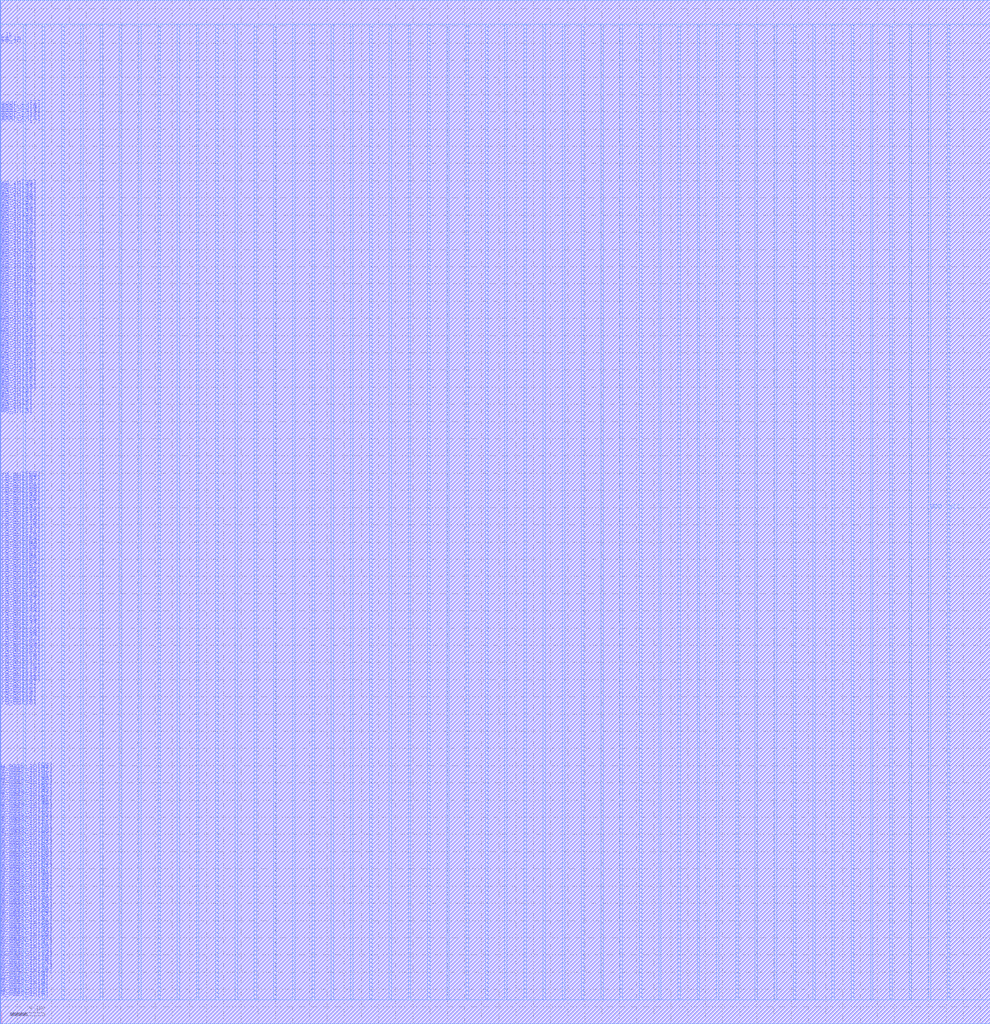
<source format=lef>
VERSION 5.7 ;
BUSBITCHARS "[]" ;
MACRO fakeram45_256x96
  FOREIGN fakeram45_256x96 0 0 ;
  SYMMETRY X Y R90 ;
  SIZE 0.19 BY 1.4 ;
  CLASS BLOCK ;
  PIN w_mask_in[0]
    DIRECTION INPUT ;
    USE SIGNAL ;
    SHAPE ABUTMENT ;
    PORT
      LAYER metal3 ;
      RECT 0.000 2.800 0.070 2.870 ;
    END
  END w_mask_in[0]
  PIN w_mask_in[1]
    DIRECTION INPUT ;
    USE SIGNAL ;
    SHAPE ABUTMENT ;
    PORT
      LAYER metal3 ;
      RECT 0.000 3.080 0.070 3.150 ;
    END
  END w_mask_in[1]
  PIN w_mask_in[2]
    DIRECTION INPUT ;
    USE SIGNAL ;
    SHAPE ABUTMENT ;
    PORT
      LAYER metal3 ;
      RECT 0.000 3.360 0.070 3.430 ;
    END
  END w_mask_in[2]
  PIN w_mask_in[3]
    DIRECTION INPUT ;
    USE SIGNAL ;
    SHAPE ABUTMENT ;
    PORT
      LAYER metal3 ;
      RECT 0.000 3.640 0.070 3.710 ;
    END
  END w_mask_in[3]
  PIN w_mask_in[4]
    DIRECTION INPUT ;
    USE SIGNAL ;
    SHAPE ABUTMENT ;
    PORT
      LAYER metal3 ;
      RECT 0.000 3.920 0.070 3.990 ;
    END
  END w_mask_in[4]
  PIN w_mask_in[5]
    DIRECTION INPUT ;
    USE SIGNAL ;
    SHAPE ABUTMENT ;
    PORT
      LAYER metal3 ;
      RECT 0.000 4.200 0.070 4.270 ;
    END
  END w_mask_in[5]
  PIN w_mask_in[6]
    DIRECTION INPUT ;
    USE SIGNAL ;
    SHAPE ABUTMENT ;
    PORT
      LAYER metal3 ;
      RECT 0.000 4.480 0.070 4.550 ;
    END
  END w_mask_in[6]
  PIN w_mask_in[7]
    DIRECTION INPUT ;
    USE SIGNAL ;
    SHAPE ABUTMENT ;
    PORT
      LAYER metal3 ;
      RECT 0.000 4.760 0.070 4.830 ;
    END
  END w_mask_in[7]
  PIN w_mask_in[8]
    DIRECTION INPUT ;
    USE SIGNAL ;
    SHAPE ABUTMENT ;
    PORT
      LAYER metal3 ;
      RECT 0.000 5.040 0.070 5.110 ;
    END
  END w_mask_in[8]
  PIN w_mask_in[9]
    DIRECTION INPUT ;
    USE SIGNAL ;
    SHAPE ABUTMENT ;
    PORT
      LAYER metal3 ;
      RECT 0.000 5.320 0.070 5.390 ;
    END
  END w_mask_in[9]
  PIN w_mask_in[10]
    DIRECTION INPUT ;
    USE SIGNAL ;
    SHAPE ABUTMENT ;
    PORT
      LAYER metal3 ;
      RECT 0.000 5.600 0.070 5.670 ;
    END
  END w_mask_in[10]
  PIN w_mask_in[11]
    DIRECTION INPUT ;
    USE SIGNAL ;
    SHAPE ABUTMENT ;
    PORT
      LAYER metal3 ;
      RECT 0.000 5.880 0.070 5.950 ;
    END
  END w_mask_in[11]
  PIN w_mask_in[12]
    DIRECTION INPUT ;
    USE SIGNAL ;
    SHAPE ABUTMENT ;
    PORT
      LAYER metal3 ;
      RECT 0.000 6.160 0.070 6.230 ;
    END
  END w_mask_in[12]
  PIN w_mask_in[13]
    DIRECTION INPUT ;
    USE SIGNAL ;
    SHAPE ABUTMENT ;
    PORT
      LAYER metal3 ;
      RECT 0.000 6.440 0.070 6.510 ;
    END
  END w_mask_in[13]
  PIN w_mask_in[14]
    DIRECTION INPUT ;
    USE SIGNAL ;
    SHAPE ABUTMENT ;
    PORT
      LAYER metal3 ;
      RECT 0.000 6.720 0.070 6.790 ;
    END
  END w_mask_in[14]
  PIN w_mask_in[15]
    DIRECTION INPUT ;
    USE SIGNAL ;
    SHAPE ABUTMENT ;
    PORT
      LAYER metal3 ;
      RECT 0.000 7.000 0.070 7.070 ;
    END
  END w_mask_in[15]
  PIN w_mask_in[16]
    DIRECTION INPUT ;
    USE SIGNAL ;
    SHAPE ABUTMENT ;
    PORT
      LAYER metal3 ;
      RECT 0.000 7.280 0.070 7.350 ;
    END
  END w_mask_in[16]
  PIN w_mask_in[17]
    DIRECTION INPUT ;
    USE SIGNAL ;
    SHAPE ABUTMENT ;
    PORT
      LAYER metal3 ;
      RECT 0.000 7.560 0.070 7.630 ;
    END
  END w_mask_in[17]
  PIN w_mask_in[18]
    DIRECTION INPUT ;
    USE SIGNAL ;
    SHAPE ABUTMENT ;
    PORT
      LAYER metal3 ;
      RECT 0.000 7.840 0.070 7.910 ;
    END
  END w_mask_in[18]
  PIN w_mask_in[19]
    DIRECTION INPUT ;
    USE SIGNAL ;
    SHAPE ABUTMENT ;
    PORT
      LAYER metal3 ;
      RECT 0.000 8.120 0.070 8.190 ;
    END
  END w_mask_in[19]
  PIN w_mask_in[20]
    DIRECTION INPUT ;
    USE SIGNAL ;
    SHAPE ABUTMENT ;
    PORT
      LAYER metal3 ;
      RECT 0.000 8.400 0.070 8.470 ;
    END
  END w_mask_in[20]
  PIN w_mask_in[21]
    DIRECTION INPUT ;
    USE SIGNAL ;
    SHAPE ABUTMENT ;
    PORT
      LAYER metal3 ;
      RECT 0.000 8.680 0.070 8.750 ;
    END
  END w_mask_in[21]
  PIN w_mask_in[22]
    DIRECTION INPUT ;
    USE SIGNAL ;
    SHAPE ABUTMENT ;
    PORT
      LAYER metal3 ;
      RECT 0.000 8.960 0.070 9.030 ;
    END
  END w_mask_in[22]
  PIN w_mask_in[23]
    DIRECTION INPUT ;
    USE SIGNAL ;
    SHAPE ABUTMENT ;
    PORT
      LAYER metal3 ;
      RECT 0.000 9.240 0.070 9.310 ;
    END
  END w_mask_in[23]
  PIN w_mask_in[24]
    DIRECTION INPUT ;
    USE SIGNAL ;
    SHAPE ABUTMENT ;
    PORT
      LAYER metal3 ;
      RECT 0.000 9.520 0.070 9.590 ;
    END
  END w_mask_in[24]
  PIN w_mask_in[25]
    DIRECTION INPUT ;
    USE SIGNAL ;
    SHAPE ABUTMENT ;
    PORT
      LAYER metal3 ;
      RECT 0.000 9.800 0.070 9.870 ;
    END
  END w_mask_in[25]
  PIN w_mask_in[26]
    DIRECTION INPUT ;
    USE SIGNAL ;
    SHAPE ABUTMENT ;
    PORT
      LAYER metal3 ;
      RECT 0.000 10.080 0.070 10.150 ;
    END
  END w_mask_in[26]
  PIN w_mask_in[27]
    DIRECTION INPUT ;
    USE SIGNAL ;
    SHAPE ABUTMENT ;
    PORT
      LAYER metal3 ;
      RECT 0.000 10.360 0.070 10.430 ;
    END
  END w_mask_in[27]
  PIN w_mask_in[28]
    DIRECTION INPUT ;
    USE SIGNAL ;
    SHAPE ABUTMENT ;
    PORT
      LAYER metal3 ;
      RECT 0.000 10.640 0.070 10.710 ;
    END
  END w_mask_in[28]
  PIN w_mask_in[29]
    DIRECTION INPUT ;
    USE SIGNAL ;
    SHAPE ABUTMENT ;
    PORT
      LAYER metal3 ;
      RECT 0.000 10.920 0.070 10.990 ;
    END
  END w_mask_in[29]
  PIN w_mask_in[30]
    DIRECTION INPUT ;
    USE SIGNAL ;
    SHAPE ABUTMENT ;
    PORT
      LAYER metal3 ;
      RECT 0.000 11.200 0.070 11.270 ;
    END
  END w_mask_in[30]
  PIN w_mask_in[31]
    DIRECTION INPUT ;
    USE SIGNAL ;
    SHAPE ABUTMENT ;
    PORT
      LAYER metal3 ;
      RECT 0.000 11.480 0.070 11.550 ;
    END
  END w_mask_in[31]
  PIN w_mask_in[32]
    DIRECTION INPUT ;
    USE SIGNAL ;
    SHAPE ABUTMENT ;
    PORT
      LAYER metal3 ;
      RECT 0.000 11.760 0.070 11.830 ;
    END
  END w_mask_in[32]
  PIN w_mask_in[33]
    DIRECTION INPUT ;
    USE SIGNAL ;
    SHAPE ABUTMENT ;
    PORT
      LAYER metal3 ;
      RECT 0.000 12.040 0.070 12.110 ;
    END
  END w_mask_in[33]
  PIN w_mask_in[34]
    DIRECTION INPUT ;
    USE SIGNAL ;
    SHAPE ABUTMENT ;
    PORT
      LAYER metal3 ;
      RECT 0.000 12.320 0.070 12.390 ;
    END
  END w_mask_in[34]
  PIN w_mask_in[35]
    DIRECTION INPUT ;
    USE SIGNAL ;
    SHAPE ABUTMENT ;
    PORT
      LAYER metal3 ;
      RECT 0.000 12.600 0.070 12.670 ;
    END
  END w_mask_in[35]
  PIN w_mask_in[36]
    DIRECTION INPUT ;
    USE SIGNAL ;
    SHAPE ABUTMENT ;
    PORT
      LAYER metal3 ;
      RECT 0.000 12.880 0.070 12.950 ;
    END
  END w_mask_in[36]
  PIN w_mask_in[37]
    DIRECTION INPUT ;
    USE SIGNAL ;
    SHAPE ABUTMENT ;
    PORT
      LAYER metal3 ;
      RECT 0.000 13.160 0.070 13.230 ;
    END
  END w_mask_in[37]
  PIN w_mask_in[38]
    DIRECTION INPUT ;
    USE SIGNAL ;
    SHAPE ABUTMENT ;
    PORT
      LAYER metal3 ;
      RECT 0.000 13.440 0.070 13.510 ;
    END
  END w_mask_in[38]
  PIN w_mask_in[39]
    DIRECTION INPUT ;
    USE SIGNAL ;
    SHAPE ABUTMENT ;
    PORT
      LAYER metal3 ;
      RECT 0.000 13.720 0.070 13.790 ;
    END
  END w_mask_in[39]
  PIN w_mask_in[40]
    DIRECTION INPUT ;
    USE SIGNAL ;
    SHAPE ABUTMENT ;
    PORT
      LAYER metal3 ;
      RECT 0.000 14.000 0.070 14.070 ;
    END
  END w_mask_in[40]
  PIN w_mask_in[41]
    DIRECTION INPUT ;
    USE SIGNAL ;
    SHAPE ABUTMENT ;
    PORT
      LAYER metal3 ;
      RECT 0.000 14.280 0.070 14.350 ;
    END
  END w_mask_in[41]
  PIN w_mask_in[42]
    DIRECTION INPUT ;
    USE SIGNAL ;
    SHAPE ABUTMENT ;
    PORT
      LAYER metal3 ;
      RECT 0.000 14.560 0.070 14.630 ;
    END
  END w_mask_in[42]
  PIN w_mask_in[43]
    DIRECTION INPUT ;
    USE SIGNAL ;
    SHAPE ABUTMENT ;
    PORT
      LAYER metal3 ;
      RECT 0.000 14.840 0.070 14.910 ;
    END
  END w_mask_in[43]
  PIN w_mask_in[44]
    DIRECTION INPUT ;
    USE SIGNAL ;
    SHAPE ABUTMENT ;
    PORT
      LAYER metal3 ;
      RECT 0.000 15.120 0.070 15.190 ;
    END
  END w_mask_in[44]
  PIN w_mask_in[45]
    DIRECTION INPUT ;
    USE SIGNAL ;
    SHAPE ABUTMENT ;
    PORT
      LAYER metal3 ;
      RECT 0.000 15.400 0.070 15.470 ;
    END
  END w_mask_in[45]
  PIN w_mask_in[46]
    DIRECTION INPUT ;
    USE SIGNAL ;
    SHAPE ABUTMENT ;
    PORT
      LAYER metal3 ;
      RECT 0.000 15.680 0.070 15.750 ;
    END
  END w_mask_in[46]
  PIN w_mask_in[47]
    DIRECTION INPUT ;
    USE SIGNAL ;
    SHAPE ABUTMENT ;
    PORT
      LAYER metal3 ;
      RECT 0.000 15.960 0.070 16.030 ;
    END
  END w_mask_in[47]
  PIN w_mask_in[48]
    DIRECTION INPUT ;
    USE SIGNAL ;
    SHAPE ABUTMENT ;
    PORT
      LAYER metal3 ;
      RECT 0.000 16.240 0.070 16.310 ;
    END
  END w_mask_in[48]
  PIN w_mask_in[49]
    DIRECTION INPUT ;
    USE SIGNAL ;
    SHAPE ABUTMENT ;
    PORT
      LAYER metal3 ;
      RECT 0.000 16.520 0.070 16.590 ;
    END
  END w_mask_in[49]
  PIN w_mask_in[50]
    DIRECTION INPUT ;
    USE SIGNAL ;
    SHAPE ABUTMENT ;
    PORT
      LAYER metal3 ;
      RECT 0.000 16.800 0.070 16.870 ;
    END
  END w_mask_in[50]
  PIN w_mask_in[51]
    DIRECTION INPUT ;
    USE SIGNAL ;
    SHAPE ABUTMENT ;
    PORT
      LAYER metal3 ;
      RECT 0.000 17.080 0.070 17.150 ;
    END
  END w_mask_in[51]
  PIN w_mask_in[52]
    DIRECTION INPUT ;
    USE SIGNAL ;
    SHAPE ABUTMENT ;
    PORT
      LAYER metal3 ;
      RECT 0.000 17.360 0.070 17.430 ;
    END
  END w_mask_in[52]
  PIN w_mask_in[53]
    DIRECTION INPUT ;
    USE SIGNAL ;
    SHAPE ABUTMENT ;
    PORT
      LAYER metal3 ;
      RECT 0.000 17.640 0.070 17.710 ;
    END
  END w_mask_in[53]
  PIN w_mask_in[54]
    DIRECTION INPUT ;
    USE SIGNAL ;
    SHAPE ABUTMENT ;
    PORT
      LAYER metal3 ;
      RECT 0.000 17.920 0.070 17.990 ;
    END
  END w_mask_in[54]
  PIN w_mask_in[55]
    DIRECTION INPUT ;
    USE SIGNAL ;
    SHAPE ABUTMENT ;
    PORT
      LAYER metal3 ;
      RECT 0.000 18.200 0.070 18.270 ;
    END
  END w_mask_in[55]
  PIN w_mask_in[56]
    DIRECTION INPUT ;
    USE SIGNAL ;
    SHAPE ABUTMENT ;
    PORT
      LAYER metal3 ;
      RECT 0.000 18.480 0.070 18.550 ;
    END
  END w_mask_in[56]
  PIN w_mask_in[57]
    DIRECTION INPUT ;
    USE SIGNAL ;
    SHAPE ABUTMENT ;
    PORT
      LAYER metal3 ;
      RECT 0.000 18.760 0.070 18.830 ;
    END
  END w_mask_in[57]
  PIN w_mask_in[58]
    DIRECTION INPUT ;
    USE SIGNAL ;
    SHAPE ABUTMENT ;
    PORT
      LAYER metal3 ;
      RECT 0.000 19.040 0.070 19.110 ;
    END
  END w_mask_in[58]
  PIN w_mask_in[59]
    DIRECTION INPUT ;
    USE SIGNAL ;
    SHAPE ABUTMENT ;
    PORT
      LAYER metal3 ;
      RECT 0.000 19.320 0.070 19.390 ;
    END
  END w_mask_in[59]
  PIN w_mask_in[60]
    DIRECTION INPUT ;
    USE SIGNAL ;
    SHAPE ABUTMENT ;
    PORT
      LAYER metal3 ;
      RECT 0.000 19.600 0.070 19.670 ;
    END
  END w_mask_in[60]
  PIN w_mask_in[61]
    DIRECTION INPUT ;
    USE SIGNAL ;
    SHAPE ABUTMENT ;
    PORT
      LAYER metal3 ;
      RECT 0.000 19.880 0.070 19.950 ;
    END
  END w_mask_in[61]
  PIN w_mask_in[62]
    DIRECTION INPUT ;
    USE SIGNAL ;
    SHAPE ABUTMENT ;
    PORT
      LAYER metal3 ;
      RECT 0.000 20.160 0.070 20.230 ;
    END
  END w_mask_in[62]
  PIN w_mask_in[63]
    DIRECTION INPUT ;
    USE SIGNAL ;
    SHAPE ABUTMENT ;
    PORT
      LAYER metal3 ;
      RECT 0.000 20.440 0.070 20.510 ;
    END
  END w_mask_in[63]
  PIN w_mask_in[64]
    DIRECTION INPUT ;
    USE SIGNAL ;
    SHAPE ABUTMENT ;
    PORT
      LAYER metal3 ;
      RECT 0.000 20.720 0.070 20.790 ;
    END
  END w_mask_in[64]
  PIN w_mask_in[65]
    DIRECTION INPUT ;
    USE SIGNAL ;
    SHAPE ABUTMENT ;
    PORT
      LAYER metal3 ;
      RECT 0.000 21.000 0.070 21.070 ;
    END
  END w_mask_in[65]
  PIN w_mask_in[66]
    DIRECTION INPUT ;
    USE SIGNAL ;
    SHAPE ABUTMENT ;
    PORT
      LAYER metal3 ;
      RECT 0.000 21.280 0.070 21.350 ;
    END
  END w_mask_in[66]
  PIN w_mask_in[67]
    DIRECTION INPUT ;
    USE SIGNAL ;
    SHAPE ABUTMENT ;
    PORT
      LAYER metal3 ;
      RECT 0.000 21.560 0.070 21.630 ;
    END
  END w_mask_in[67]
  PIN w_mask_in[68]
    DIRECTION INPUT ;
    USE SIGNAL ;
    SHAPE ABUTMENT ;
    PORT
      LAYER metal3 ;
      RECT 0.000 21.840 0.070 21.910 ;
    END
  END w_mask_in[68]
  PIN w_mask_in[69]
    DIRECTION INPUT ;
    USE SIGNAL ;
    SHAPE ABUTMENT ;
    PORT
      LAYER metal3 ;
      RECT 0.000 22.120 0.070 22.190 ;
    END
  END w_mask_in[69]
  PIN w_mask_in[70]
    DIRECTION INPUT ;
    USE SIGNAL ;
    SHAPE ABUTMENT ;
    PORT
      LAYER metal3 ;
      RECT 0.000 22.400 0.070 22.470 ;
    END
  END w_mask_in[70]
  PIN w_mask_in[71]
    DIRECTION INPUT ;
    USE SIGNAL ;
    SHAPE ABUTMENT ;
    PORT
      LAYER metal3 ;
      RECT 0.000 22.680 0.070 22.750 ;
    END
  END w_mask_in[71]
  PIN w_mask_in[72]
    DIRECTION INPUT ;
    USE SIGNAL ;
    SHAPE ABUTMENT ;
    PORT
      LAYER metal3 ;
      RECT 0.000 22.960 0.070 23.030 ;
    END
  END w_mask_in[72]
  PIN w_mask_in[73]
    DIRECTION INPUT ;
    USE SIGNAL ;
    SHAPE ABUTMENT ;
    PORT
      LAYER metal3 ;
      RECT 0.000 23.240 0.070 23.310 ;
    END
  END w_mask_in[73]
  PIN w_mask_in[74]
    DIRECTION INPUT ;
    USE SIGNAL ;
    SHAPE ABUTMENT ;
    PORT
      LAYER metal3 ;
      RECT 0.000 23.520 0.070 23.590 ;
    END
  END w_mask_in[74]
  PIN w_mask_in[75]
    DIRECTION INPUT ;
    USE SIGNAL ;
    SHAPE ABUTMENT ;
    PORT
      LAYER metal3 ;
      RECT 0.000 23.800 0.070 23.870 ;
    END
  END w_mask_in[75]
  PIN w_mask_in[76]
    DIRECTION INPUT ;
    USE SIGNAL ;
    SHAPE ABUTMENT ;
    PORT
      LAYER metal3 ;
      RECT 0.000 24.080 0.070 24.150 ;
    END
  END w_mask_in[76]
  PIN w_mask_in[77]
    DIRECTION INPUT ;
    USE SIGNAL ;
    SHAPE ABUTMENT ;
    PORT
      LAYER metal3 ;
      RECT 0.000 24.360 0.070 24.430 ;
    END
  END w_mask_in[77]
  PIN w_mask_in[78]
    DIRECTION INPUT ;
    USE SIGNAL ;
    SHAPE ABUTMENT ;
    PORT
      LAYER metal3 ;
      RECT 0.000 24.640 0.070 24.710 ;
    END
  END w_mask_in[78]
  PIN w_mask_in[79]
    DIRECTION INPUT ;
    USE SIGNAL ;
    SHAPE ABUTMENT ;
    PORT
      LAYER metal3 ;
      RECT 0.000 24.920 0.070 24.990 ;
    END
  END w_mask_in[79]
  PIN w_mask_in[80]
    DIRECTION INPUT ;
    USE SIGNAL ;
    SHAPE ABUTMENT ;
    PORT
      LAYER metal3 ;
      RECT 0.000 25.200 0.070 25.270 ;
    END
  END w_mask_in[80]
  PIN w_mask_in[81]
    DIRECTION INPUT ;
    USE SIGNAL ;
    SHAPE ABUTMENT ;
    PORT
      LAYER metal3 ;
      RECT 0.000 25.480 0.070 25.550 ;
    END
  END w_mask_in[81]
  PIN w_mask_in[82]
    DIRECTION INPUT ;
    USE SIGNAL ;
    SHAPE ABUTMENT ;
    PORT
      LAYER metal3 ;
      RECT 0.000 25.760 0.070 25.830 ;
    END
  END w_mask_in[82]
  PIN w_mask_in[83]
    DIRECTION INPUT ;
    USE SIGNAL ;
    SHAPE ABUTMENT ;
    PORT
      LAYER metal3 ;
      RECT 0.000 26.040 0.070 26.110 ;
    END
  END w_mask_in[83]
  PIN w_mask_in[84]
    DIRECTION INPUT ;
    USE SIGNAL ;
    SHAPE ABUTMENT ;
    PORT
      LAYER metal3 ;
      RECT 0.000 26.320 0.070 26.390 ;
    END
  END w_mask_in[84]
  PIN w_mask_in[85]
    DIRECTION INPUT ;
    USE SIGNAL ;
    SHAPE ABUTMENT ;
    PORT
      LAYER metal3 ;
      RECT 0.000 26.600 0.070 26.670 ;
    END
  END w_mask_in[85]
  PIN w_mask_in[86]
    DIRECTION INPUT ;
    USE SIGNAL ;
    SHAPE ABUTMENT ;
    PORT
      LAYER metal3 ;
      RECT 0.000 26.880 0.070 26.950 ;
    END
  END w_mask_in[86]
  PIN w_mask_in[87]
    DIRECTION INPUT ;
    USE SIGNAL ;
    SHAPE ABUTMENT ;
    PORT
      LAYER metal3 ;
      RECT 0.000 27.160 0.070 27.230 ;
    END
  END w_mask_in[87]
  PIN w_mask_in[88]
    DIRECTION INPUT ;
    USE SIGNAL ;
    SHAPE ABUTMENT ;
    PORT
      LAYER metal3 ;
      RECT 0.000 27.440 0.070 27.510 ;
    END
  END w_mask_in[88]
  PIN w_mask_in[89]
    DIRECTION INPUT ;
    USE SIGNAL ;
    SHAPE ABUTMENT ;
    PORT
      LAYER metal3 ;
      RECT 0.000 27.720 0.070 27.790 ;
    END
  END w_mask_in[89]
  PIN w_mask_in[90]
    DIRECTION INPUT ;
    USE SIGNAL ;
    SHAPE ABUTMENT ;
    PORT
      LAYER metal3 ;
      RECT 0.000 28.000 0.070 28.070 ;
    END
  END w_mask_in[90]
  PIN w_mask_in[91]
    DIRECTION INPUT ;
    USE SIGNAL ;
    SHAPE ABUTMENT ;
    PORT
      LAYER metal3 ;
      RECT 0.000 28.280 0.070 28.350 ;
    END
  END w_mask_in[91]
  PIN w_mask_in[92]
    DIRECTION INPUT ;
    USE SIGNAL ;
    SHAPE ABUTMENT ;
    PORT
      LAYER metal3 ;
      RECT 0.000 28.560 0.070 28.630 ;
    END
  END w_mask_in[92]
  PIN w_mask_in[93]
    DIRECTION INPUT ;
    USE SIGNAL ;
    SHAPE ABUTMENT ;
    PORT
      LAYER metal3 ;
      RECT 0.000 28.840 0.070 28.910 ;
    END
  END w_mask_in[93]
  PIN w_mask_in[94]
    DIRECTION INPUT ;
    USE SIGNAL ;
    SHAPE ABUTMENT ;
    PORT
      LAYER metal3 ;
      RECT 0.000 29.120 0.070 29.190 ;
    END
  END w_mask_in[94]
  PIN w_mask_in[95]
    DIRECTION INPUT ;
    USE SIGNAL ;
    SHAPE ABUTMENT ;
    PORT
      LAYER metal3 ;
      RECT 0.000 29.400 0.070 29.470 ;
    END
  END w_mask_in[95]
  PIN rd_out[0]
    DIRECTION OUTPUT ;
    USE SIGNAL ;
    SHAPE ABUTMENT ;
    PORT
      LAYER metal3 ;
      RECT 0.000 36.680 0.070 36.750 ;
    END
  END rd_out[0]
  PIN rd_out[1]
    DIRECTION OUTPUT ;
    USE SIGNAL ;
    SHAPE ABUTMENT ;
    PORT
      LAYER metal3 ;
      RECT 0.000 36.960 0.070 37.030 ;
    END
  END rd_out[1]
  PIN rd_out[2]
    DIRECTION OUTPUT ;
    USE SIGNAL ;
    SHAPE ABUTMENT ;
    PORT
      LAYER metal3 ;
      RECT 0.000 37.240 0.070 37.310 ;
    END
  END rd_out[2]
  PIN rd_out[3]
    DIRECTION OUTPUT ;
    USE SIGNAL ;
    SHAPE ABUTMENT ;
    PORT
      LAYER metal3 ;
      RECT 0.000 37.520 0.070 37.590 ;
    END
  END rd_out[3]
  PIN rd_out[4]
    DIRECTION OUTPUT ;
    USE SIGNAL ;
    SHAPE ABUTMENT ;
    PORT
      LAYER metal3 ;
      RECT 0.000 37.800 0.070 37.870 ;
    END
  END rd_out[4]
  PIN rd_out[5]
    DIRECTION OUTPUT ;
    USE SIGNAL ;
    SHAPE ABUTMENT ;
    PORT
      LAYER metal3 ;
      RECT 0.000 38.080 0.070 38.150 ;
    END
  END rd_out[5]
  PIN rd_out[6]
    DIRECTION OUTPUT ;
    USE SIGNAL ;
    SHAPE ABUTMENT ;
    PORT
      LAYER metal3 ;
      RECT 0.000 38.360 0.070 38.430 ;
    END
  END rd_out[6]
  PIN rd_out[7]
    DIRECTION OUTPUT ;
    USE SIGNAL ;
    SHAPE ABUTMENT ;
    PORT
      LAYER metal3 ;
      RECT 0.000 38.640 0.070 38.710 ;
    END
  END rd_out[7]
  PIN rd_out[8]
    DIRECTION OUTPUT ;
    USE SIGNAL ;
    SHAPE ABUTMENT ;
    PORT
      LAYER metal3 ;
      RECT 0.000 38.920 0.070 38.990 ;
    END
  END rd_out[8]
  PIN rd_out[9]
    DIRECTION OUTPUT ;
    USE SIGNAL ;
    SHAPE ABUTMENT ;
    PORT
      LAYER metal3 ;
      RECT 0.000 39.200 0.070 39.270 ;
    END
  END rd_out[9]
  PIN rd_out[10]
    DIRECTION OUTPUT ;
    USE SIGNAL ;
    SHAPE ABUTMENT ;
    PORT
      LAYER metal3 ;
      RECT 0.000 39.480 0.070 39.550 ;
    END
  END rd_out[10]
  PIN rd_out[11]
    DIRECTION OUTPUT ;
    USE SIGNAL ;
    SHAPE ABUTMENT ;
    PORT
      LAYER metal3 ;
      RECT 0.000 39.760 0.070 39.830 ;
    END
  END rd_out[11]
  PIN rd_out[12]
    DIRECTION OUTPUT ;
    USE SIGNAL ;
    SHAPE ABUTMENT ;
    PORT
      LAYER metal3 ;
      RECT 0.000 40.040 0.070 40.110 ;
    END
  END rd_out[12]
  PIN rd_out[13]
    DIRECTION OUTPUT ;
    USE SIGNAL ;
    SHAPE ABUTMENT ;
    PORT
      LAYER metal3 ;
      RECT 0.000 40.320 0.070 40.390 ;
    END
  END rd_out[13]
  PIN rd_out[14]
    DIRECTION OUTPUT ;
    USE SIGNAL ;
    SHAPE ABUTMENT ;
    PORT
      LAYER metal3 ;
      RECT 0.000 40.600 0.070 40.670 ;
    END
  END rd_out[14]
  PIN rd_out[15]
    DIRECTION OUTPUT ;
    USE SIGNAL ;
    SHAPE ABUTMENT ;
    PORT
      LAYER metal3 ;
      RECT 0.000 40.880 0.070 40.950 ;
    END
  END rd_out[15]
  PIN rd_out[16]
    DIRECTION OUTPUT ;
    USE SIGNAL ;
    SHAPE ABUTMENT ;
    PORT
      LAYER metal3 ;
      RECT 0.000 41.160 0.070 41.230 ;
    END
  END rd_out[16]
  PIN rd_out[17]
    DIRECTION OUTPUT ;
    USE SIGNAL ;
    SHAPE ABUTMENT ;
    PORT
      LAYER metal3 ;
      RECT 0.000 41.440 0.070 41.510 ;
    END
  END rd_out[17]
  PIN rd_out[18]
    DIRECTION OUTPUT ;
    USE SIGNAL ;
    SHAPE ABUTMENT ;
    PORT
      LAYER metal3 ;
      RECT 0.000 41.720 0.070 41.790 ;
    END
  END rd_out[18]
  PIN rd_out[19]
    DIRECTION OUTPUT ;
    USE SIGNAL ;
    SHAPE ABUTMENT ;
    PORT
      LAYER metal3 ;
      RECT 0.000 42.000 0.070 42.070 ;
    END
  END rd_out[19]
  PIN rd_out[20]
    DIRECTION OUTPUT ;
    USE SIGNAL ;
    SHAPE ABUTMENT ;
    PORT
      LAYER metal3 ;
      RECT 0.000 42.280 0.070 42.350 ;
    END
  END rd_out[20]
  PIN rd_out[21]
    DIRECTION OUTPUT ;
    USE SIGNAL ;
    SHAPE ABUTMENT ;
    PORT
      LAYER metal3 ;
      RECT 0.000 42.560 0.070 42.630 ;
    END
  END rd_out[21]
  PIN rd_out[22]
    DIRECTION OUTPUT ;
    USE SIGNAL ;
    SHAPE ABUTMENT ;
    PORT
      LAYER metal3 ;
      RECT 0.000 42.840 0.070 42.910 ;
    END
  END rd_out[22]
  PIN rd_out[23]
    DIRECTION OUTPUT ;
    USE SIGNAL ;
    SHAPE ABUTMENT ;
    PORT
      LAYER metal3 ;
      RECT 0.000 43.120 0.070 43.190 ;
    END
  END rd_out[23]
  PIN rd_out[24]
    DIRECTION OUTPUT ;
    USE SIGNAL ;
    SHAPE ABUTMENT ;
    PORT
      LAYER metal3 ;
      RECT 0.000 43.400 0.070 43.470 ;
    END
  END rd_out[24]
  PIN rd_out[25]
    DIRECTION OUTPUT ;
    USE SIGNAL ;
    SHAPE ABUTMENT ;
    PORT
      LAYER metal3 ;
      RECT 0.000 43.680 0.070 43.750 ;
    END
  END rd_out[25]
  PIN rd_out[26]
    DIRECTION OUTPUT ;
    USE SIGNAL ;
    SHAPE ABUTMENT ;
    PORT
      LAYER metal3 ;
      RECT 0.000 43.960 0.070 44.030 ;
    END
  END rd_out[26]
  PIN rd_out[27]
    DIRECTION OUTPUT ;
    USE SIGNAL ;
    SHAPE ABUTMENT ;
    PORT
      LAYER metal3 ;
      RECT 0.000 44.240 0.070 44.310 ;
    END
  END rd_out[27]
  PIN rd_out[28]
    DIRECTION OUTPUT ;
    USE SIGNAL ;
    SHAPE ABUTMENT ;
    PORT
      LAYER metal3 ;
      RECT 0.000 44.520 0.070 44.590 ;
    END
  END rd_out[28]
  PIN rd_out[29]
    DIRECTION OUTPUT ;
    USE SIGNAL ;
    SHAPE ABUTMENT ;
    PORT
      LAYER metal3 ;
      RECT 0.000 44.800 0.070 44.870 ;
    END
  END rd_out[29]
  PIN rd_out[30]
    DIRECTION OUTPUT ;
    USE SIGNAL ;
    SHAPE ABUTMENT ;
    PORT
      LAYER metal3 ;
      RECT 0.000 45.080 0.070 45.150 ;
    END
  END rd_out[30]
  PIN rd_out[31]
    DIRECTION OUTPUT ;
    USE SIGNAL ;
    SHAPE ABUTMENT ;
    PORT
      LAYER metal3 ;
      RECT 0.000 45.360 0.070 45.430 ;
    END
  END rd_out[31]
  PIN rd_out[32]
    DIRECTION OUTPUT ;
    USE SIGNAL ;
    SHAPE ABUTMENT ;
    PORT
      LAYER metal3 ;
      RECT 0.000 45.640 0.070 45.710 ;
    END
  END rd_out[32]
  PIN rd_out[33]
    DIRECTION OUTPUT ;
    USE SIGNAL ;
    SHAPE ABUTMENT ;
    PORT
      LAYER metal3 ;
      RECT 0.000 45.920 0.070 45.990 ;
    END
  END rd_out[33]
  PIN rd_out[34]
    DIRECTION OUTPUT ;
    USE SIGNAL ;
    SHAPE ABUTMENT ;
    PORT
      LAYER metal3 ;
      RECT 0.000 46.200 0.070 46.270 ;
    END
  END rd_out[34]
  PIN rd_out[35]
    DIRECTION OUTPUT ;
    USE SIGNAL ;
    SHAPE ABUTMENT ;
    PORT
      LAYER metal3 ;
      RECT 0.000 46.480 0.070 46.550 ;
    END
  END rd_out[35]
  PIN rd_out[36]
    DIRECTION OUTPUT ;
    USE SIGNAL ;
    SHAPE ABUTMENT ;
    PORT
      LAYER metal3 ;
      RECT 0.000 46.760 0.070 46.830 ;
    END
  END rd_out[36]
  PIN rd_out[37]
    DIRECTION OUTPUT ;
    USE SIGNAL ;
    SHAPE ABUTMENT ;
    PORT
      LAYER metal3 ;
      RECT 0.000 47.040 0.070 47.110 ;
    END
  END rd_out[37]
  PIN rd_out[38]
    DIRECTION OUTPUT ;
    USE SIGNAL ;
    SHAPE ABUTMENT ;
    PORT
      LAYER metal3 ;
      RECT 0.000 47.320 0.070 47.390 ;
    END
  END rd_out[38]
  PIN rd_out[39]
    DIRECTION OUTPUT ;
    USE SIGNAL ;
    SHAPE ABUTMENT ;
    PORT
      LAYER metal3 ;
      RECT 0.000 47.600 0.070 47.670 ;
    END
  END rd_out[39]
  PIN rd_out[40]
    DIRECTION OUTPUT ;
    USE SIGNAL ;
    SHAPE ABUTMENT ;
    PORT
      LAYER metal3 ;
      RECT 0.000 47.880 0.070 47.950 ;
    END
  END rd_out[40]
  PIN rd_out[41]
    DIRECTION OUTPUT ;
    USE SIGNAL ;
    SHAPE ABUTMENT ;
    PORT
      LAYER metal3 ;
      RECT 0.000 48.160 0.070 48.230 ;
    END
  END rd_out[41]
  PIN rd_out[42]
    DIRECTION OUTPUT ;
    USE SIGNAL ;
    SHAPE ABUTMENT ;
    PORT
      LAYER metal3 ;
      RECT 0.000 48.440 0.070 48.510 ;
    END
  END rd_out[42]
  PIN rd_out[43]
    DIRECTION OUTPUT ;
    USE SIGNAL ;
    SHAPE ABUTMENT ;
    PORT
      LAYER metal3 ;
      RECT 0.000 48.720 0.070 48.790 ;
    END
  END rd_out[43]
  PIN rd_out[44]
    DIRECTION OUTPUT ;
    USE SIGNAL ;
    SHAPE ABUTMENT ;
    PORT
      LAYER metal3 ;
      RECT 0.000 49.000 0.070 49.070 ;
    END
  END rd_out[44]
  PIN rd_out[45]
    DIRECTION OUTPUT ;
    USE SIGNAL ;
    SHAPE ABUTMENT ;
    PORT
      LAYER metal3 ;
      RECT 0.000 49.280 0.070 49.350 ;
    END
  END rd_out[45]
  PIN rd_out[46]
    DIRECTION OUTPUT ;
    USE SIGNAL ;
    SHAPE ABUTMENT ;
    PORT
      LAYER metal3 ;
      RECT 0.000 49.560 0.070 49.630 ;
    END
  END rd_out[46]
  PIN rd_out[47]
    DIRECTION OUTPUT ;
    USE SIGNAL ;
    SHAPE ABUTMENT ;
    PORT
      LAYER metal3 ;
      RECT 0.000 49.840 0.070 49.910 ;
    END
  END rd_out[47]
  PIN rd_out[48]
    DIRECTION OUTPUT ;
    USE SIGNAL ;
    SHAPE ABUTMENT ;
    PORT
      LAYER metal3 ;
      RECT 0.000 50.120 0.070 50.190 ;
    END
  END rd_out[48]
  PIN rd_out[49]
    DIRECTION OUTPUT ;
    USE SIGNAL ;
    SHAPE ABUTMENT ;
    PORT
      LAYER metal3 ;
      RECT 0.000 50.400 0.070 50.470 ;
    END
  END rd_out[49]
  PIN rd_out[50]
    DIRECTION OUTPUT ;
    USE SIGNAL ;
    SHAPE ABUTMENT ;
    PORT
      LAYER metal3 ;
      RECT 0.000 50.680 0.070 50.750 ;
    END
  END rd_out[50]
  PIN rd_out[51]
    DIRECTION OUTPUT ;
    USE SIGNAL ;
    SHAPE ABUTMENT ;
    PORT
      LAYER metal3 ;
      RECT 0.000 50.960 0.070 51.030 ;
    END
  END rd_out[51]
  PIN rd_out[52]
    DIRECTION OUTPUT ;
    USE SIGNAL ;
    SHAPE ABUTMENT ;
    PORT
      LAYER metal3 ;
      RECT 0.000 51.240 0.070 51.310 ;
    END
  END rd_out[52]
  PIN rd_out[53]
    DIRECTION OUTPUT ;
    USE SIGNAL ;
    SHAPE ABUTMENT ;
    PORT
      LAYER metal3 ;
      RECT 0.000 51.520 0.070 51.590 ;
    END
  END rd_out[53]
  PIN rd_out[54]
    DIRECTION OUTPUT ;
    USE SIGNAL ;
    SHAPE ABUTMENT ;
    PORT
      LAYER metal3 ;
      RECT 0.000 51.800 0.070 51.870 ;
    END
  END rd_out[54]
  PIN rd_out[55]
    DIRECTION OUTPUT ;
    USE SIGNAL ;
    SHAPE ABUTMENT ;
    PORT
      LAYER metal3 ;
      RECT 0.000 52.080 0.070 52.150 ;
    END
  END rd_out[55]
  PIN rd_out[56]
    DIRECTION OUTPUT ;
    USE SIGNAL ;
    SHAPE ABUTMENT ;
    PORT
      LAYER metal3 ;
      RECT 0.000 52.360 0.070 52.430 ;
    END
  END rd_out[56]
  PIN rd_out[57]
    DIRECTION OUTPUT ;
    USE SIGNAL ;
    SHAPE ABUTMENT ;
    PORT
      LAYER metal3 ;
      RECT 0.000 52.640 0.070 52.710 ;
    END
  END rd_out[57]
  PIN rd_out[58]
    DIRECTION OUTPUT ;
    USE SIGNAL ;
    SHAPE ABUTMENT ;
    PORT
      LAYER metal3 ;
      RECT 0.000 52.920 0.070 52.990 ;
    END
  END rd_out[58]
  PIN rd_out[59]
    DIRECTION OUTPUT ;
    USE SIGNAL ;
    SHAPE ABUTMENT ;
    PORT
      LAYER metal3 ;
      RECT 0.000 53.200 0.070 53.270 ;
    END
  END rd_out[59]
  PIN rd_out[60]
    DIRECTION OUTPUT ;
    USE SIGNAL ;
    SHAPE ABUTMENT ;
    PORT
      LAYER metal3 ;
      RECT 0.000 53.480 0.070 53.550 ;
    END
  END rd_out[60]
  PIN rd_out[61]
    DIRECTION OUTPUT ;
    USE SIGNAL ;
    SHAPE ABUTMENT ;
    PORT
      LAYER metal3 ;
      RECT 0.000 53.760 0.070 53.830 ;
    END
  END rd_out[61]
  PIN rd_out[62]
    DIRECTION OUTPUT ;
    USE SIGNAL ;
    SHAPE ABUTMENT ;
    PORT
      LAYER metal3 ;
      RECT 0.000 54.040 0.070 54.110 ;
    END
  END rd_out[62]
  PIN rd_out[63]
    DIRECTION OUTPUT ;
    USE SIGNAL ;
    SHAPE ABUTMENT ;
    PORT
      LAYER metal3 ;
      RECT 0.000 54.320 0.070 54.390 ;
    END
  END rd_out[63]
  PIN rd_out[64]
    DIRECTION OUTPUT ;
    USE SIGNAL ;
    SHAPE ABUTMENT ;
    PORT
      LAYER metal3 ;
      RECT 0.000 54.600 0.070 54.670 ;
    END
  END rd_out[64]
  PIN rd_out[65]
    DIRECTION OUTPUT ;
    USE SIGNAL ;
    SHAPE ABUTMENT ;
    PORT
      LAYER metal3 ;
      RECT 0.000 54.880 0.070 54.950 ;
    END
  END rd_out[65]
  PIN rd_out[66]
    DIRECTION OUTPUT ;
    USE SIGNAL ;
    SHAPE ABUTMENT ;
    PORT
      LAYER metal3 ;
      RECT 0.000 55.160 0.070 55.230 ;
    END
  END rd_out[66]
  PIN rd_out[67]
    DIRECTION OUTPUT ;
    USE SIGNAL ;
    SHAPE ABUTMENT ;
    PORT
      LAYER metal3 ;
      RECT 0.000 55.440 0.070 55.510 ;
    END
  END rd_out[67]
  PIN rd_out[68]
    DIRECTION OUTPUT ;
    USE SIGNAL ;
    SHAPE ABUTMENT ;
    PORT
      LAYER metal3 ;
      RECT 0.000 55.720 0.070 55.790 ;
    END
  END rd_out[68]
  PIN rd_out[69]
    DIRECTION OUTPUT ;
    USE SIGNAL ;
    SHAPE ABUTMENT ;
    PORT
      LAYER metal3 ;
      RECT 0.000 56.000 0.070 56.070 ;
    END
  END rd_out[69]
  PIN rd_out[70]
    DIRECTION OUTPUT ;
    USE SIGNAL ;
    SHAPE ABUTMENT ;
    PORT
      LAYER metal3 ;
      RECT 0.000 56.280 0.070 56.350 ;
    END
  END rd_out[70]
  PIN rd_out[71]
    DIRECTION OUTPUT ;
    USE SIGNAL ;
    SHAPE ABUTMENT ;
    PORT
      LAYER metal3 ;
      RECT 0.000 56.560 0.070 56.630 ;
    END
  END rd_out[71]
  PIN rd_out[72]
    DIRECTION OUTPUT ;
    USE SIGNAL ;
    SHAPE ABUTMENT ;
    PORT
      LAYER metal3 ;
      RECT 0.000 56.840 0.070 56.910 ;
    END
  END rd_out[72]
  PIN rd_out[73]
    DIRECTION OUTPUT ;
    USE SIGNAL ;
    SHAPE ABUTMENT ;
    PORT
      LAYER metal3 ;
      RECT 0.000 57.120 0.070 57.190 ;
    END
  END rd_out[73]
  PIN rd_out[74]
    DIRECTION OUTPUT ;
    USE SIGNAL ;
    SHAPE ABUTMENT ;
    PORT
      LAYER metal3 ;
      RECT 0.000 57.400 0.070 57.470 ;
    END
  END rd_out[74]
  PIN rd_out[75]
    DIRECTION OUTPUT ;
    USE SIGNAL ;
    SHAPE ABUTMENT ;
    PORT
      LAYER metal3 ;
      RECT 0.000 57.680 0.070 57.750 ;
    END
  END rd_out[75]
  PIN rd_out[76]
    DIRECTION OUTPUT ;
    USE SIGNAL ;
    SHAPE ABUTMENT ;
    PORT
      LAYER metal3 ;
      RECT 0.000 57.960 0.070 58.030 ;
    END
  END rd_out[76]
  PIN rd_out[77]
    DIRECTION OUTPUT ;
    USE SIGNAL ;
    SHAPE ABUTMENT ;
    PORT
      LAYER metal3 ;
      RECT 0.000 58.240 0.070 58.310 ;
    END
  END rd_out[77]
  PIN rd_out[78]
    DIRECTION OUTPUT ;
    USE SIGNAL ;
    SHAPE ABUTMENT ;
    PORT
      LAYER metal3 ;
      RECT 0.000 58.520 0.070 58.590 ;
    END
  END rd_out[78]
  PIN rd_out[79]
    DIRECTION OUTPUT ;
    USE SIGNAL ;
    SHAPE ABUTMENT ;
    PORT
      LAYER metal3 ;
      RECT 0.000 58.800 0.070 58.870 ;
    END
  END rd_out[79]
  PIN rd_out[80]
    DIRECTION OUTPUT ;
    USE SIGNAL ;
    SHAPE ABUTMENT ;
    PORT
      LAYER metal3 ;
      RECT 0.000 59.080 0.070 59.150 ;
    END
  END rd_out[80]
  PIN rd_out[81]
    DIRECTION OUTPUT ;
    USE SIGNAL ;
    SHAPE ABUTMENT ;
    PORT
      LAYER metal3 ;
      RECT 0.000 59.360 0.070 59.430 ;
    END
  END rd_out[81]
  PIN rd_out[82]
    DIRECTION OUTPUT ;
    USE SIGNAL ;
    SHAPE ABUTMENT ;
    PORT
      LAYER metal3 ;
      RECT 0.000 59.640 0.070 59.710 ;
    END
  END rd_out[82]
  PIN rd_out[83]
    DIRECTION OUTPUT ;
    USE SIGNAL ;
    SHAPE ABUTMENT ;
    PORT
      LAYER metal3 ;
      RECT 0.000 59.920 0.070 59.990 ;
    END
  END rd_out[83]
  PIN rd_out[84]
    DIRECTION OUTPUT ;
    USE SIGNAL ;
    SHAPE ABUTMENT ;
    PORT
      LAYER metal3 ;
      RECT 0.000 60.200 0.070 60.270 ;
    END
  END rd_out[84]
  PIN rd_out[85]
    DIRECTION OUTPUT ;
    USE SIGNAL ;
    SHAPE ABUTMENT ;
    PORT
      LAYER metal3 ;
      RECT 0.000 60.480 0.070 60.550 ;
    END
  END rd_out[85]
  PIN rd_out[86]
    DIRECTION OUTPUT ;
    USE SIGNAL ;
    SHAPE ABUTMENT ;
    PORT
      LAYER metal3 ;
      RECT 0.000 60.760 0.070 60.830 ;
    END
  END rd_out[86]
  PIN rd_out[87]
    DIRECTION OUTPUT ;
    USE SIGNAL ;
    SHAPE ABUTMENT ;
    PORT
      LAYER metal3 ;
      RECT 0.000 61.040 0.070 61.110 ;
    END
  END rd_out[87]
  PIN rd_out[88]
    DIRECTION OUTPUT ;
    USE SIGNAL ;
    SHAPE ABUTMENT ;
    PORT
      LAYER metal3 ;
      RECT 0.000 61.320 0.070 61.390 ;
    END
  END rd_out[88]
  PIN rd_out[89]
    DIRECTION OUTPUT ;
    USE SIGNAL ;
    SHAPE ABUTMENT ;
    PORT
      LAYER metal3 ;
      RECT 0.000 61.600 0.070 61.670 ;
    END
  END rd_out[89]
  PIN rd_out[90]
    DIRECTION OUTPUT ;
    USE SIGNAL ;
    SHAPE ABUTMENT ;
    PORT
      LAYER metal3 ;
      RECT 0.000 61.880 0.070 61.950 ;
    END
  END rd_out[90]
  PIN rd_out[91]
    DIRECTION OUTPUT ;
    USE SIGNAL ;
    SHAPE ABUTMENT ;
    PORT
      LAYER metal3 ;
      RECT 0.000 62.160 0.070 62.230 ;
    END
  END rd_out[91]
  PIN rd_out[92]
    DIRECTION OUTPUT ;
    USE SIGNAL ;
    SHAPE ABUTMENT ;
    PORT
      LAYER metal3 ;
      RECT 0.000 62.440 0.070 62.510 ;
    END
  END rd_out[92]
  PIN rd_out[93]
    DIRECTION OUTPUT ;
    USE SIGNAL ;
    SHAPE ABUTMENT ;
    PORT
      LAYER metal3 ;
      RECT 0.000 62.720 0.070 62.790 ;
    END
  END rd_out[93]
  PIN rd_out[94]
    DIRECTION OUTPUT ;
    USE SIGNAL ;
    SHAPE ABUTMENT ;
    PORT
      LAYER metal3 ;
      RECT 0.000 63.000 0.070 63.070 ;
    END
  END rd_out[94]
  PIN rd_out[95]
    DIRECTION OUTPUT ;
    USE SIGNAL ;
    SHAPE ABUTMENT ;
    PORT
      LAYER metal3 ;
      RECT 0.000 63.280 0.070 63.350 ;
    END
  END rd_out[95]
  PIN wd_in[0]
    DIRECTION INPUT ;
    USE SIGNAL ;
    SHAPE ABUTMENT ;
    PORT
      LAYER metal3 ;
      RECT 0.000 70.560 0.070 70.630 ;
    END
  END wd_in[0]
  PIN wd_in[1]
    DIRECTION INPUT ;
    USE SIGNAL ;
    SHAPE ABUTMENT ;
    PORT
      LAYER metal3 ;
      RECT 0.000 70.840 0.070 70.910 ;
    END
  END wd_in[1]
  PIN wd_in[2]
    DIRECTION INPUT ;
    USE SIGNAL ;
    SHAPE ABUTMENT ;
    PORT
      LAYER metal3 ;
      RECT 0.000 71.120 0.070 71.190 ;
    END
  END wd_in[2]
  PIN wd_in[3]
    DIRECTION INPUT ;
    USE SIGNAL ;
    SHAPE ABUTMENT ;
    PORT
      LAYER metal3 ;
      RECT 0.000 71.400 0.070 71.470 ;
    END
  END wd_in[3]
  PIN wd_in[4]
    DIRECTION INPUT ;
    USE SIGNAL ;
    SHAPE ABUTMENT ;
    PORT
      LAYER metal3 ;
      RECT 0.000 71.680 0.070 71.750 ;
    END
  END wd_in[4]
  PIN wd_in[5]
    DIRECTION INPUT ;
    USE SIGNAL ;
    SHAPE ABUTMENT ;
    PORT
      LAYER metal3 ;
      RECT 0.000 71.960 0.070 72.030 ;
    END
  END wd_in[5]
  PIN wd_in[6]
    DIRECTION INPUT ;
    USE SIGNAL ;
    SHAPE ABUTMENT ;
    PORT
      LAYER metal3 ;
      RECT 0.000 72.240 0.070 72.310 ;
    END
  END wd_in[6]
  PIN wd_in[7]
    DIRECTION INPUT ;
    USE SIGNAL ;
    SHAPE ABUTMENT ;
    PORT
      LAYER metal3 ;
      RECT 0.000 72.520 0.070 72.590 ;
    END
  END wd_in[7]
  PIN wd_in[8]
    DIRECTION INPUT ;
    USE SIGNAL ;
    SHAPE ABUTMENT ;
    PORT
      LAYER metal3 ;
      RECT 0.000 72.800 0.070 72.870 ;
    END
  END wd_in[8]
  PIN wd_in[9]
    DIRECTION INPUT ;
    USE SIGNAL ;
    SHAPE ABUTMENT ;
    PORT
      LAYER metal3 ;
      RECT 0.000 73.080 0.070 73.150 ;
    END
  END wd_in[9]
  PIN wd_in[10]
    DIRECTION INPUT ;
    USE SIGNAL ;
    SHAPE ABUTMENT ;
    PORT
      LAYER metal3 ;
      RECT 0.000 73.360 0.070 73.430 ;
    END
  END wd_in[10]
  PIN wd_in[11]
    DIRECTION INPUT ;
    USE SIGNAL ;
    SHAPE ABUTMENT ;
    PORT
      LAYER metal3 ;
      RECT 0.000 73.640 0.070 73.710 ;
    END
  END wd_in[11]
  PIN wd_in[12]
    DIRECTION INPUT ;
    USE SIGNAL ;
    SHAPE ABUTMENT ;
    PORT
      LAYER metal3 ;
      RECT 0.000 73.920 0.070 73.990 ;
    END
  END wd_in[12]
  PIN wd_in[13]
    DIRECTION INPUT ;
    USE SIGNAL ;
    SHAPE ABUTMENT ;
    PORT
      LAYER metal3 ;
      RECT 0.000 74.200 0.070 74.270 ;
    END
  END wd_in[13]
  PIN wd_in[14]
    DIRECTION INPUT ;
    USE SIGNAL ;
    SHAPE ABUTMENT ;
    PORT
      LAYER metal3 ;
      RECT 0.000 74.480 0.070 74.550 ;
    END
  END wd_in[14]
  PIN wd_in[15]
    DIRECTION INPUT ;
    USE SIGNAL ;
    SHAPE ABUTMENT ;
    PORT
      LAYER metal3 ;
      RECT 0.000 74.760 0.070 74.830 ;
    END
  END wd_in[15]
  PIN wd_in[16]
    DIRECTION INPUT ;
    USE SIGNAL ;
    SHAPE ABUTMENT ;
    PORT
      LAYER metal3 ;
      RECT 0.000 75.040 0.070 75.110 ;
    END
  END wd_in[16]
  PIN wd_in[17]
    DIRECTION INPUT ;
    USE SIGNAL ;
    SHAPE ABUTMENT ;
    PORT
      LAYER metal3 ;
      RECT 0.000 75.320 0.070 75.390 ;
    END
  END wd_in[17]
  PIN wd_in[18]
    DIRECTION INPUT ;
    USE SIGNAL ;
    SHAPE ABUTMENT ;
    PORT
      LAYER metal3 ;
      RECT 0.000 75.600 0.070 75.670 ;
    END
  END wd_in[18]
  PIN wd_in[19]
    DIRECTION INPUT ;
    USE SIGNAL ;
    SHAPE ABUTMENT ;
    PORT
      LAYER metal3 ;
      RECT 0.000 75.880 0.070 75.950 ;
    END
  END wd_in[19]
  PIN wd_in[20]
    DIRECTION INPUT ;
    USE SIGNAL ;
    SHAPE ABUTMENT ;
    PORT
      LAYER metal3 ;
      RECT 0.000 76.160 0.070 76.230 ;
    END
  END wd_in[20]
  PIN wd_in[21]
    DIRECTION INPUT ;
    USE SIGNAL ;
    SHAPE ABUTMENT ;
    PORT
      LAYER metal3 ;
      RECT 0.000 76.440 0.070 76.510 ;
    END
  END wd_in[21]
  PIN wd_in[22]
    DIRECTION INPUT ;
    USE SIGNAL ;
    SHAPE ABUTMENT ;
    PORT
      LAYER metal3 ;
      RECT 0.000 76.720 0.070 76.790 ;
    END
  END wd_in[22]
  PIN wd_in[23]
    DIRECTION INPUT ;
    USE SIGNAL ;
    SHAPE ABUTMENT ;
    PORT
      LAYER metal3 ;
      RECT 0.000 77.000 0.070 77.070 ;
    END
  END wd_in[23]
  PIN wd_in[24]
    DIRECTION INPUT ;
    USE SIGNAL ;
    SHAPE ABUTMENT ;
    PORT
      LAYER metal3 ;
      RECT 0.000 77.280 0.070 77.350 ;
    END
  END wd_in[24]
  PIN wd_in[25]
    DIRECTION INPUT ;
    USE SIGNAL ;
    SHAPE ABUTMENT ;
    PORT
      LAYER metal3 ;
      RECT 0.000 77.560 0.070 77.630 ;
    END
  END wd_in[25]
  PIN wd_in[26]
    DIRECTION INPUT ;
    USE SIGNAL ;
    SHAPE ABUTMENT ;
    PORT
      LAYER metal3 ;
      RECT 0.000 77.840 0.070 77.910 ;
    END
  END wd_in[26]
  PIN wd_in[27]
    DIRECTION INPUT ;
    USE SIGNAL ;
    SHAPE ABUTMENT ;
    PORT
      LAYER metal3 ;
      RECT 0.000 78.120 0.070 78.190 ;
    END
  END wd_in[27]
  PIN wd_in[28]
    DIRECTION INPUT ;
    USE SIGNAL ;
    SHAPE ABUTMENT ;
    PORT
      LAYER metal3 ;
      RECT 0.000 78.400 0.070 78.470 ;
    END
  END wd_in[28]
  PIN wd_in[29]
    DIRECTION INPUT ;
    USE SIGNAL ;
    SHAPE ABUTMENT ;
    PORT
      LAYER metal3 ;
      RECT 0.000 78.680 0.070 78.750 ;
    END
  END wd_in[29]
  PIN wd_in[30]
    DIRECTION INPUT ;
    USE SIGNAL ;
    SHAPE ABUTMENT ;
    PORT
      LAYER metal3 ;
      RECT 0.000 78.960 0.070 79.030 ;
    END
  END wd_in[30]
  PIN wd_in[31]
    DIRECTION INPUT ;
    USE SIGNAL ;
    SHAPE ABUTMENT ;
    PORT
      LAYER metal3 ;
      RECT 0.000 79.240 0.070 79.310 ;
    END
  END wd_in[31]
  PIN wd_in[32]
    DIRECTION INPUT ;
    USE SIGNAL ;
    SHAPE ABUTMENT ;
    PORT
      LAYER metal3 ;
      RECT 0.000 79.520 0.070 79.590 ;
    END
  END wd_in[32]
  PIN wd_in[33]
    DIRECTION INPUT ;
    USE SIGNAL ;
    SHAPE ABUTMENT ;
    PORT
      LAYER metal3 ;
      RECT 0.000 79.800 0.070 79.870 ;
    END
  END wd_in[33]
  PIN wd_in[34]
    DIRECTION INPUT ;
    USE SIGNAL ;
    SHAPE ABUTMENT ;
    PORT
      LAYER metal3 ;
      RECT 0.000 80.080 0.070 80.150 ;
    END
  END wd_in[34]
  PIN wd_in[35]
    DIRECTION INPUT ;
    USE SIGNAL ;
    SHAPE ABUTMENT ;
    PORT
      LAYER metal3 ;
      RECT 0.000 80.360 0.070 80.430 ;
    END
  END wd_in[35]
  PIN wd_in[36]
    DIRECTION INPUT ;
    USE SIGNAL ;
    SHAPE ABUTMENT ;
    PORT
      LAYER metal3 ;
      RECT 0.000 80.640 0.070 80.710 ;
    END
  END wd_in[36]
  PIN wd_in[37]
    DIRECTION INPUT ;
    USE SIGNAL ;
    SHAPE ABUTMENT ;
    PORT
      LAYER metal3 ;
      RECT 0.000 80.920 0.070 80.990 ;
    END
  END wd_in[37]
  PIN wd_in[38]
    DIRECTION INPUT ;
    USE SIGNAL ;
    SHAPE ABUTMENT ;
    PORT
      LAYER metal3 ;
      RECT 0.000 81.200 0.070 81.270 ;
    END
  END wd_in[38]
  PIN wd_in[39]
    DIRECTION INPUT ;
    USE SIGNAL ;
    SHAPE ABUTMENT ;
    PORT
      LAYER metal3 ;
      RECT 0.000 81.480 0.070 81.550 ;
    END
  END wd_in[39]
  PIN wd_in[40]
    DIRECTION INPUT ;
    USE SIGNAL ;
    SHAPE ABUTMENT ;
    PORT
      LAYER metal3 ;
      RECT 0.000 81.760 0.070 81.830 ;
    END
  END wd_in[40]
  PIN wd_in[41]
    DIRECTION INPUT ;
    USE SIGNAL ;
    SHAPE ABUTMENT ;
    PORT
      LAYER metal3 ;
      RECT 0.000 82.040 0.070 82.110 ;
    END
  END wd_in[41]
  PIN wd_in[42]
    DIRECTION INPUT ;
    USE SIGNAL ;
    SHAPE ABUTMENT ;
    PORT
      LAYER metal3 ;
      RECT 0.000 82.320 0.070 82.390 ;
    END
  END wd_in[42]
  PIN wd_in[43]
    DIRECTION INPUT ;
    USE SIGNAL ;
    SHAPE ABUTMENT ;
    PORT
      LAYER metal3 ;
      RECT 0.000 82.600 0.070 82.670 ;
    END
  END wd_in[43]
  PIN wd_in[44]
    DIRECTION INPUT ;
    USE SIGNAL ;
    SHAPE ABUTMENT ;
    PORT
      LAYER metal3 ;
      RECT 0.000 82.880 0.070 82.950 ;
    END
  END wd_in[44]
  PIN wd_in[45]
    DIRECTION INPUT ;
    USE SIGNAL ;
    SHAPE ABUTMENT ;
    PORT
      LAYER metal3 ;
      RECT 0.000 83.160 0.070 83.230 ;
    END
  END wd_in[45]
  PIN wd_in[46]
    DIRECTION INPUT ;
    USE SIGNAL ;
    SHAPE ABUTMENT ;
    PORT
      LAYER metal3 ;
      RECT 0.000 83.440 0.070 83.510 ;
    END
  END wd_in[46]
  PIN wd_in[47]
    DIRECTION INPUT ;
    USE SIGNAL ;
    SHAPE ABUTMENT ;
    PORT
      LAYER metal3 ;
      RECT 0.000 83.720 0.070 83.790 ;
    END
  END wd_in[47]
  PIN wd_in[48]
    DIRECTION INPUT ;
    USE SIGNAL ;
    SHAPE ABUTMENT ;
    PORT
      LAYER metal3 ;
      RECT 0.000 84.000 0.070 84.070 ;
    END
  END wd_in[48]
  PIN wd_in[49]
    DIRECTION INPUT ;
    USE SIGNAL ;
    SHAPE ABUTMENT ;
    PORT
      LAYER metal3 ;
      RECT 0.000 84.280 0.070 84.350 ;
    END
  END wd_in[49]
  PIN wd_in[50]
    DIRECTION INPUT ;
    USE SIGNAL ;
    SHAPE ABUTMENT ;
    PORT
      LAYER metal3 ;
      RECT 0.000 84.560 0.070 84.630 ;
    END
  END wd_in[50]
  PIN wd_in[51]
    DIRECTION INPUT ;
    USE SIGNAL ;
    SHAPE ABUTMENT ;
    PORT
      LAYER metal3 ;
      RECT 0.000 84.840 0.070 84.910 ;
    END
  END wd_in[51]
  PIN wd_in[52]
    DIRECTION INPUT ;
    USE SIGNAL ;
    SHAPE ABUTMENT ;
    PORT
      LAYER metal3 ;
      RECT 0.000 85.120 0.070 85.190 ;
    END
  END wd_in[52]
  PIN wd_in[53]
    DIRECTION INPUT ;
    USE SIGNAL ;
    SHAPE ABUTMENT ;
    PORT
      LAYER metal3 ;
      RECT 0.000 85.400 0.070 85.470 ;
    END
  END wd_in[53]
  PIN wd_in[54]
    DIRECTION INPUT ;
    USE SIGNAL ;
    SHAPE ABUTMENT ;
    PORT
      LAYER metal3 ;
      RECT 0.000 85.680 0.070 85.750 ;
    END
  END wd_in[54]
  PIN wd_in[55]
    DIRECTION INPUT ;
    USE SIGNAL ;
    SHAPE ABUTMENT ;
    PORT
      LAYER metal3 ;
      RECT 0.000 85.960 0.070 86.030 ;
    END
  END wd_in[55]
  PIN wd_in[56]
    DIRECTION INPUT ;
    USE SIGNAL ;
    SHAPE ABUTMENT ;
    PORT
      LAYER metal3 ;
      RECT 0.000 86.240 0.070 86.310 ;
    END
  END wd_in[56]
  PIN wd_in[57]
    DIRECTION INPUT ;
    USE SIGNAL ;
    SHAPE ABUTMENT ;
    PORT
      LAYER metal3 ;
      RECT 0.000 86.520 0.070 86.590 ;
    END
  END wd_in[57]
  PIN wd_in[58]
    DIRECTION INPUT ;
    USE SIGNAL ;
    SHAPE ABUTMENT ;
    PORT
      LAYER metal3 ;
      RECT 0.000 86.800 0.070 86.870 ;
    END
  END wd_in[58]
  PIN wd_in[59]
    DIRECTION INPUT ;
    USE SIGNAL ;
    SHAPE ABUTMENT ;
    PORT
      LAYER metal3 ;
      RECT 0.000 87.080 0.070 87.150 ;
    END
  END wd_in[59]
  PIN wd_in[60]
    DIRECTION INPUT ;
    USE SIGNAL ;
    SHAPE ABUTMENT ;
    PORT
      LAYER metal3 ;
      RECT 0.000 87.360 0.070 87.430 ;
    END
  END wd_in[60]
  PIN wd_in[61]
    DIRECTION INPUT ;
    USE SIGNAL ;
    SHAPE ABUTMENT ;
    PORT
      LAYER metal3 ;
      RECT 0.000 87.640 0.070 87.710 ;
    END
  END wd_in[61]
  PIN wd_in[62]
    DIRECTION INPUT ;
    USE SIGNAL ;
    SHAPE ABUTMENT ;
    PORT
      LAYER metal3 ;
      RECT 0.000 87.920 0.070 87.990 ;
    END
  END wd_in[62]
  PIN wd_in[63]
    DIRECTION INPUT ;
    USE SIGNAL ;
    SHAPE ABUTMENT ;
    PORT
      LAYER metal3 ;
      RECT 0.000 88.200 0.070 88.270 ;
    END
  END wd_in[63]
  PIN wd_in[64]
    DIRECTION INPUT ;
    USE SIGNAL ;
    SHAPE ABUTMENT ;
    PORT
      LAYER metal3 ;
      RECT 0.000 88.480 0.070 88.550 ;
    END
  END wd_in[64]
  PIN wd_in[65]
    DIRECTION INPUT ;
    USE SIGNAL ;
    SHAPE ABUTMENT ;
    PORT
      LAYER metal3 ;
      RECT 0.000 88.760 0.070 88.830 ;
    END
  END wd_in[65]
  PIN wd_in[66]
    DIRECTION INPUT ;
    USE SIGNAL ;
    SHAPE ABUTMENT ;
    PORT
      LAYER metal3 ;
      RECT 0.000 89.040 0.070 89.110 ;
    END
  END wd_in[66]
  PIN wd_in[67]
    DIRECTION INPUT ;
    USE SIGNAL ;
    SHAPE ABUTMENT ;
    PORT
      LAYER metal3 ;
      RECT 0.000 89.320 0.070 89.390 ;
    END
  END wd_in[67]
  PIN wd_in[68]
    DIRECTION INPUT ;
    USE SIGNAL ;
    SHAPE ABUTMENT ;
    PORT
      LAYER metal3 ;
      RECT 0.000 89.600 0.070 89.670 ;
    END
  END wd_in[68]
  PIN wd_in[69]
    DIRECTION INPUT ;
    USE SIGNAL ;
    SHAPE ABUTMENT ;
    PORT
      LAYER metal3 ;
      RECT 0.000 89.880 0.070 89.950 ;
    END
  END wd_in[69]
  PIN wd_in[70]
    DIRECTION INPUT ;
    USE SIGNAL ;
    SHAPE ABUTMENT ;
    PORT
      LAYER metal3 ;
      RECT 0.000 90.160 0.070 90.230 ;
    END
  END wd_in[70]
  PIN wd_in[71]
    DIRECTION INPUT ;
    USE SIGNAL ;
    SHAPE ABUTMENT ;
    PORT
      LAYER metal3 ;
      RECT 0.000 90.440 0.070 90.510 ;
    END
  END wd_in[71]
  PIN wd_in[72]
    DIRECTION INPUT ;
    USE SIGNAL ;
    SHAPE ABUTMENT ;
    PORT
      LAYER metal3 ;
      RECT 0.000 90.720 0.070 90.790 ;
    END
  END wd_in[72]
  PIN wd_in[73]
    DIRECTION INPUT ;
    USE SIGNAL ;
    SHAPE ABUTMENT ;
    PORT
      LAYER metal3 ;
      RECT 0.000 91.000 0.070 91.070 ;
    END
  END wd_in[73]
  PIN wd_in[74]
    DIRECTION INPUT ;
    USE SIGNAL ;
    SHAPE ABUTMENT ;
    PORT
      LAYER metal3 ;
      RECT 0.000 91.280 0.070 91.350 ;
    END
  END wd_in[74]
  PIN wd_in[75]
    DIRECTION INPUT ;
    USE SIGNAL ;
    SHAPE ABUTMENT ;
    PORT
      LAYER metal3 ;
      RECT 0.000 91.560 0.070 91.630 ;
    END
  END wd_in[75]
  PIN wd_in[76]
    DIRECTION INPUT ;
    USE SIGNAL ;
    SHAPE ABUTMENT ;
    PORT
      LAYER metal3 ;
      RECT 0.000 91.840 0.070 91.910 ;
    END
  END wd_in[76]
  PIN wd_in[77]
    DIRECTION INPUT ;
    USE SIGNAL ;
    SHAPE ABUTMENT ;
    PORT
      LAYER metal3 ;
      RECT 0.000 92.120 0.070 92.190 ;
    END
  END wd_in[77]
  PIN wd_in[78]
    DIRECTION INPUT ;
    USE SIGNAL ;
    SHAPE ABUTMENT ;
    PORT
      LAYER metal3 ;
      RECT 0.000 92.400 0.070 92.470 ;
    END
  END wd_in[78]
  PIN wd_in[79]
    DIRECTION INPUT ;
    USE SIGNAL ;
    SHAPE ABUTMENT ;
    PORT
      LAYER metal3 ;
      RECT 0.000 92.680 0.070 92.750 ;
    END
  END wd_in[79]
  PIN wd_in[80]
    DIRECTION INPUT ;
    USE SIGNAL ;
    SHAPE ABUTMENT ;
    PORT
      LAYER metal3 ;
      RECT 0.000 92.960 0.070 93.030 ;
    END
  END wd_in[80]
  PIN wd_in[81]
    DIRECTION INPUT ;
    USE SIGNAL ;
    SHAPE ABUTMENT ;
    PORT
      LAYER metal3 ;
      RECT 0.000 93.240 0.070 93.310 ;
    END
  END wd_in[81]
  PIN wd_in[82]
    DIRECTION INPUT ;
    USE SIGNAL ;
    SHAPE ABUTMENT ;
    PORT
      LAYER metal3 ;
      RECT 0.000 93.520 0.070 93.590 ;
    END
  END wd_in[82]
  PIN wd_in[83]
    DIRECTION INPUT ;
    USE SIGNAL ;
    SHAPE ABUTMENT ;
    PORT
      LAYER metal3 ;
      RECT 0.000 93.800 0.070 93.870 ;
    END
  END wd_in[83]
  PIN wd_in[84]
    DIRECTION INPUT ;
    USE SIGNAL ;
    SHAPE ABUTMENT ;
    PORT
      LAYER metal3 ;
      RECT 0.000 94.080 0.070 94.150 ;
    END
  END wd_in[84]
  PIN wd_in[85]
    DIRECTION INPUT ;
    USE SIGNAL ;
    SHAPE ABUTMENT ;
    PORT
      LAYER metal3 ;
      RECT 0.000 94.360 0.070 94.430 ;
    END
  END wd_in[85]
  PIN wd_in[86]
    DIRECTION INPUT ;
    USE SIGNAL ;
    SHAPE ABUTMENT ;
    PORT
      LAYER metal3 ;
      RECT 0.000 94.640 0.070 94.710 ;
    END
  END wd_in[86]
  PIN wd_in[87]
    DIRECTION INPUT ;
    USE SIGNAL ;
    SHAPE ABUTMENT ;
    PORT
      LAYER metal3 ;
      RECT 0.000 94.920 0.070 94.990 ;
    END
  END wd_in[87]
  PIN wd_in[88]
    DIRECTION INPUT ;
    USE SIGNAL ;
    SHAPE ABUTMENT ;
    PORT
      LAYER metal3 ;
      RECT 0.000 95.200 0.070 95.270 ;
    END
  END wd_in[88]
  PIN wd_in[89]
    DIRECTION INPUT ;
    USE SIGNAL ;
    SHAPE ABUTMENT ;
    PORT
      LAYER metal3 ;
      RECT 0.000 95.480 0.070 95.550 ;
    END
  END wd_in[89]
  PIN wd_in[90]
    DIRECTION INPUT ;
    USE SIGNAL ;
    SHAPE ABUTMENT ;
    PORT
      LAYER metal3 ;
      RECT 0.000 95.760 0.070 95.830 ;
    END
  END wd_in[90]
  PIN wd_in[91]
    DIRECTION INPUT ;
    USE SIGNAL ;
    SHAPE ABUTMENT ;
    PORT
      LAYER metal3 ;
      RECT 0.000 96.040 0.070 96.110 ;
    END
  END wd_in[91]
  PIN wd_in[92]
    DIRECTION INPUT ;
    USE SIGNAL ;
    SHAPE ABUTMENT ;
    PORT
      LAYER metal3 ;
      RECT 0.000 96.320 0.070 96.390 ;
    END
  END wd_in[92]
  PIN wd_in[93]
    DIRECTION INPUT ;
    USE SIGNAL ;
    SHAPE ABUTMENT ;
    PORT
      LAYER metal3 ;
      RECT 0.000 96.600 0.070 96.670 ;
    END
  END wd_in[93]
  PIN wd_in[94]
    DIRECTION INPUT ;
    USE SIGNAL ;
    SHAPE ABUTMENT ;
    PORT
      LAYER metal3 ;
      RECT 0.000 96.880 0.070 96.950 ;
    END
  END wd_in[94]
  PIN wd_in[95]
    DIRECTION INPUT ;
    USE SIGNAL ;
    SHAPE ABUTMENT ;
    PORT
      LAYER metal3 ;
      RECT 0.000 97.160 0.070 97.230 ;
    END
  END wd_in[95]
  PIN addr_in[0]
    DIRECTION INPUT ;
    USE SIGNAL ;
    SHAPE ABUTMENT ;
    PORT
      LAYER metal3 ;
      RECT 0.000 104.440 0.070 104.510 ;
    END
  END addr_in[0]
  PIN addr_in[1]
    DIRECTION INPUT ;
    USE SIGNAL ;
    SHAPE ABUTMENT ;
    PORT
      LAYER metal3 ;
      RECT 0.000 104.720 0.070 104.790 ;
    END
  END addr_in[1]
  PIN addr_in[2]
    DIRECTION INPUT ;
    USE SIGNAL ;
    SHAPE ABUTMENT ;
    PORT
      LAYER metal3 ;
      RECT 0.000 105.000 0.070 105.070 ;
    END
  END addr_in[2]
  PIN addr_in[3]
    DIRECTION INPUT ;
    USE SIGNAL ;
    SHAPE ABUTMENT ;
    PORT
      LAYER metal3 ;
      RECT 0.000 105.280 0.070 105.350 ;
    END
  END addr_in[3]
  PIN addr_in[4]
    DIRECTION INPUT ;
    USE SIGNAL ;
    SHAPE ABUTMENT ;
    PORT
      LAYER metal3 ;
      RECT 0.000 105.560 0.070 105.630 ;
    END
  END addr_in[4]
  PIN addr_in[5]
    DIRECTION INPUT ;
    USE SIGNAL ;
    SHAPE ABUTMENT ;
    PORT
      LAYER metal3 ;
      RECT 0.000 105.840 0.070 105.910 ;
    END
  END addr_in[5]
  PIN addr_in[6]
    DIRECTION INPUT ;
    USE SIGNAL ;
    SHAPE ABUTMENT ;
    PORT
      LAYER metal3 ;
      RECT 0.000 106.120 0.070 106.190 ;
    END
  END addr_in[6]
  PIN addr_in[7]
    DIRECTION INPUT ;
    USE SIGNAL ;
    SHAPE ABUTMENT ;
    PORT
      LAYER metal3 ;
      RECT 0.000 106.400 0.070 106.470 ;
    END
  END addr_in[7]
  PIN we_in
    DIRECTION INPUT ;
    USE SIGNAL ;
    SHAPE ABUTMENT ;
    PORT
      LAYER metal3 ;
      RECT 0.000 113.680 0.070 113.750 ;
    END
  END we_in
  PIN ce_in
    DIRECTION INPUT ;
    USE SIGNAL ;
    SHAPE ABUTMENT ;
    PORT
      LAYER metal3 ;
      RECT 0.000 113.960 0.070 114.030 ;
    END
  END ce_in
  PIN clk
    DIRECTION INPUT ;
    USE SIGNAL ;
    SHAPE ABUTMENT ;
    PORT
      LAYER metal3 ;
      RECT 0.000 114.240 0.070 114.310 ;
    END
  END clk
  PIN VSS
    DIRECTION INOUT ;
    USE GROUND ;
    PORT
      LAYER metal4 ;
      RECT 2.660 2.800 2.940 116.200 ;
      RECT 7.140 2.800 7.420 116.200 ;
      RECT 11.620 2.800 11.900 116.200 ;
      RECT 16.100 2.800 16.380 116.200 ;
      RECT 20.580 2.800 20.860 116.200 ;
      RECT 25.060 2.800 25.340 116.200 ;
      RECT 29.540 2.800 29.820 116.200 ;
      RECT 34.020 2.800 34.300 116.200 ;
      RECT 38.500 2.800 38.780 116.200 ;
      RECT 42.980 2.800 43.260 116.200 ;
      RECT 47.460 2.800 47.740 116.200 ;
      RECT 51.940 2.800 52.220 116.200 ;
      RECT 56.420 2.800 56.700 116.200 ;
      RECT 60.900 2.800 61.180 116.200 ;
      RECT 65.380 2.800 65.660 116.200 ;
      RECT 69.860 2.800 70.140 116.200 ;
      RECT 74.340 2.800 74.620 116.200 ;
      RECT 78.820 2.800 79.100 116.200 ;
      RECT 83.300 2.800 83.580 116.200 ;
      RECT 87.780 2.800 88.060 116.200 ;
      RECT 92.260 2.800 92.540 116.200 ;
      RECT 96.740 2.800 97.020 116.200 ;
      RECT 101.220 2.800 101.500 116.200 ;
      RECT 105.700 2.800 105.980 116.200 ;
      RECT 110.180 2.800 110.460 116.200 ;
    END
  END VSS
  PIN VDD
    DIRECTION INOUT ;
    USE POWER ;
    PORT
      LAYER metal4 ;
      RECT 4.900 2.800 5.180 116.200 ;
      RECT 9.380 2.800 9.660 116.200 ;
      RECT 13.860 2.800 14.140 116.200 ;
      RECT 18.340 2.800 18.620 116.200 ;
      RECT 22.820 2.800 23.100 116.200 ;
      RECT 27.300 2.800 27.580 116.200 ;
      RECT 31.780 2.800 32.060 116.200 ;
      RECT 36.260 2.800 36.540 116.200 ;
      RECT 40.740 2.800 41.020 116.200 ;
      RECT 45.220 2.800 45.500 116.200 ;
      RECT 49.700 2.800 49.980 116.200 ;
      RECT 54.180 2.800 54.460 116.200 ;
      RECT 58.660 2.800 58.940 116.200 ;
      RECT 63.140 2.800 63.420 116.200 ;
      RECT 67.620 2.800 67.900 116.200 ;
      RECT 72.100 2.800 72.380 116.200 ;
      RECT 76.580 2.800 76.860 116.200 ;
      RECT 81.060 2.800 81.340 116.200 ;
      RECT 85.540 2.800 85.820 116.200 ;
      RECT 90.020 2.800 90.300 116.200 ;
      RECT 94.500 2.800 94.780 116.200 ;
      RECT 98.980 2.800 99.260 116.200 ;
      RECT 103.460 2.800 103.740 116.200 ;
      RECT 107.940 2.800 108.220 116.200 ;
    END
  END VDD
  OBS
    LAYER metal1 ;
    RECT 0 0 115.140 119.000 ;
    LAYER metal2 ;
    RECT 0 0 115.140 119.000 ;
    LAYER metal3 ;
    RECT 0.070 0 115.140 119.000 ;
    RECT 0 0.000 0.070 2.800 ;
    RECT 0 2.870 0.070 3.080 ;
    RECT 0 3.150 0.070 3.360 ;
    RECT 0 3.430 0.070 3.640 ;
    RECT 0 3.710 0.070 3.920 ;
    RECT 0 3.990 0.070 4.200 ;
    RECT 0 4.270 0.070 4.480 ;
    RECT 0 4.550 0.070 4.760 ;
    RECT 0 4.830 0.070 5.040 ;
    RECT 0 5.110 0.070 5.320 ;
    RECT 0 5.390 0.070 5.600 ;
    RECT 0 5.670 0.070 5.880 ;
    RECT 0 5.950 0.070 6.160 ;
    RECT 0 6.230 0.070 6.440 ;
    RECT 0 6.510 0.070 6.720 ;
    RECT 0 6.790 0.070 7.000 ;
    RECT 0 7.070 0.070 7.280 ;
    RECT 0 7.350 0.070 7.560 ;
    RECT 0 7.630 0.070 7.840 ;
    RECT 0 7.910 0.070 8.120 ;
    RECT 0 8.190 0.070 8.400 ;
    RECT 0 8.470 0.070 8.680 ;
    RECT 0 8.750 0.070 8.960 ;
    RECT 0 9.030 0.070 9.240 ;
    RECT 0 9.310 0.070 9.520 ;
    RECT 0 9.590 0.070 9.800 ;
    RECT 0 9.870 0.070 10.080 ;
    RECT 0 10.150 0.070 10.360 ;
    RECT 0 10.430 0.070 10.640 ;
    RECT 0 10.710 0.070 10.920 ;
    RECT 0 10.990 0.070 11.200 ;
    RECT 0 11.270 0.070 11.480 ;
    RECT 0 11.550 0.070 11.760 ;
    RECT 0 11.830 0.070 12.040 ;
    RECT 0 12.110 0.070 12.320 ;
    RECT 0 12.390 0.070 12.600 ;
    RECT 0 12.670 0.070 12.880 ;
    RECT 0 12.950 0.070 13.160 ;
    RECT 0 13.230 0.070 13.440 ;
    RECT 0 13.510 0.070 13.720 ;
    RECT 0 13.790 0.070 14.000 ;
    RECT 0 14.070 0.070 14.280 ;
    RECT 0 14.350 0.070 14.560 ;
    RECT 0 14.630 0.070 14.840 ;
    RECT 0 14.910 0.070 15.120 ;
    RECT 0 15.190 0.070 15.400 ;
    RECT 0 15.470 0.070 15.680 ;
    RECT 0 15.750 0.070 15.960 ;
    RECT 0 16.030 0.070 16.240 ;
    RECT 0 16.310 0.070 16.520 ;
    RECT 0 16.590 0.070 16.800 ;
    RECT 0 16.870 0.070 17.080 ;
    RECT 0 17.150 0.070 17.360 ;
    RECT 0 17.430 0.070 17.640 ;
    RECT 0 17.710 0.070 17.920 ;
    RECT 0 17.990 0.070 18.200 ;
    RECT 0 18.270 0.070 18.480 ;
    RECT 0 18.550 0.070 18.760 ;
    RECT 0 18.830 0.070 19.040 ;
    RECT 0 19.110 0.070 19.320 ;
    RECT 0 19.390 0.070 19.600 ;
    RECT 0 19.670 0.070 19.880 ;
    RECT 0 19.950 0.070 20.160 ;
    RECT 0 20.230 0.070 20.440 ;
    RECT 0 20.510 0.070 20.720 ;
    RECT 0 20.790 0.070 21.000 ;
    RECT 0 21.070 0.070 21.280 ;
    RECT 0 21.350 0.070 21.560 ;
    RECT 0 21.630 0.070 21.840 ;
    RECT 0 21.910 0.070 22.120 ;
    RECT 0 22.190 0.070 22.400 ;
    RECT 0 22.470 0.070 22.680 ;
    RECT 0 22.750 0.070 22.960 ;
    RECT 0 23.030 0.070 23.240 ;
    RECT 0 23.310 0.070 23.520 ;
    RECT 0 23.590 0.070 23.800 ;
    RECT 0 23.870 0.070 24.080 ;
    RECT 0 24.150 0.070 24.360 ;
    RECT 0 24.430 0.070 24.640 ;
    RECT 0 24.710 0.070 24.920 ;
    RECT 0 24.990 0.070 25.200 ;
    RECT 0 25.270 0.070 25.480 ;
    RECT 0 25.550 0.070 25.760 ;
    RECT 0 25.830 0.070 26.040 ;
    RECT 0 26.110 0.070 26.320 ;
    RECT 0 26.390 0.070 26.600 ;
    RECT 0 26.670 0.070 26.880 ;
    RECT 0 26.950 0.070 27.160 ;
    RECT 0 27.230 0.070 27.440 ;
    RECT 0 27.510 0.070 27.720 ;
    RECT 0 27.790 0.070 28.000 ;
    RECT 0 28.070 0.070 28.280 ;
    RECT 0 28.350 0.070 28.560 ;
    RECT 0 28.630 0.070 28.840 ;
    RECT 0 28.910 0.070 29.120 ;
    RECT 0 29.190 0.070 29.400 ;
    RECT 0 29.470 0.070 36.680 ;
    RECT 0 36.750 0.070 36.960 ;
    RECT 0 37.030 0.070 37.240 ;
    RECT 0 37.310 0.070 37.520 ;
    RECT 0 37.590 0.070 37.800 ;
    RECT 0 37.870 0.070 38.080 ;
    RECT 0 38.150 0.070 38.360 ;
    RECT 0 38.430 0.070 38.640 ;
    RECT 0 38.710 0.070 38.920 ;
    RECT 0 38.990 0.070 39.200 ;
    RECT 0 39.270 0.070 39.480 ;
    RECT 0 39.550 0.070 39.760 ;
    RECT 0 39.830 0.070 40.040 ;
    RECT 0 40.110 0.070 40.320 ;
    RECT 0 40.390 0.070 40.600 ;
    RECT 0 40.670 0.070 40.880 ;
    RECT 0 40.950 0.070 41.160 ;
    RECT 0 41.230 0.070 41.440 ;
    RECT 0 41.510 0.070 41.720 ;
    RECT 0 41.790 0.070 42.000 ;
    RECT 0 42.070 0.070 42.280 ;
    RECT 0 42.350 0.070 42.560 ;
    RECT 0 42.630 0.070 42.840 ;
    RECT 0 42.910 0.070 43.120 ;
    RECT 0 43.190 0.070 43.400 ;
    RECT 0 43.470 0.070 43.680 ;
    RECT 0 43.750 0.070 43.960 ;
    RECT 0 44.030 0.070 44.240 ;
    RECT 0 44.310 0.070 44.520 ;
    RECT 0 44.590 0.070 44.800 ;
    RECT 0 44.870 0.070 45.080 ;
    RECT 0 45.150 0.070 45.360 ;
    RECT 0 45.430 0.070 45.640 ;
    RECT 0 45.710 0.070 45.920 ;
    RECT 0 45.990 0.070 46.200 ;
    RECT 0 46.270 0.070 46.480 ;
    RECT 0 46.550 0.070 46.760 ;
    RECT 0 46.830 0.070 47.040 ;
    RECT 0 47.110 0.070 47.320 ;
    RECT 0 47.390 0.070 47.600 ;
    RECT 0 47.670 0.070 47.880 ;
    RECT 0 47.950 0.070 48.160 ;
    RECT 0 48.230 0.070 48.440 ;
    RECT 0 48.510 0.070 48.720 ;
    RECT 0 48.790 0.070 49.000 ;
    RECT 0 49.070 0.070 49.280 ;
    RECT 0 49.350 0.070 49.560 ;
    RECT 0 49.630 0.070 49.840 ;
    RECT 0 49.910 0.070 50.120 ;
    RECT 0 50.190 0.070 50.400 ;
    RECT 0 50.470 0.070 50.680 ;
    RECT 0 50.750 0.070 50.960 ;
    RECT 0 51.030 0.070 51.240 ;
    RECT 0 51.310 0.070 51.520 ;
    RECT 0 51.590 0.070 51.800 ;
    RECT 0 51.870 0.070 52.080 ;
    RECT 0 52.150 0.070 52.360 ;
    RECT 0 52.430 0.070 52.640 ;
    RECT 0 52.710 0.070 52.920 ;
    RECT 0 52.990 0.070 53.200 ;
    RECT 0 53.270 0.070 53.480 ;
    RECT 0 53.550 0.070 53.760 ;
    RECT 0 53.830 0.070 54.040 ;
    RECT 0 54.110 0.070 54.320 ;
    RECT 0 54.390 0.070 54.600 ;
    RECT 0 54.670 0.070 54.880 ;
    RECT 0 54.950 0.070 55.160 ;
    RECT 0 55.230 0.070 55.440 ;
    RECT 0 55.510 0.070 55.720 ;
    RECT 0 55.790 0.070 56.000 ;
    RECT 0 56.070 0.070 56.280 ;
    RECT 0 56.350 0.070 56.560 ;
    RECT 0 56.630 0.070 56.840 ;
    RECT 0 56.910 0.070 57.120 ;
    RECT 0 57.190 0.070 57.400 ;
    RECT 0 57.470 0.070 57.680 ;
    RECT 0 57.750 0.070 57.960 ;
    RECT 0 58.030 0.070 58.240 ;
    RECT 0 58.310 0.070 58.520 ;
    RECT 0 58.590 0.070 58.800 ;
    RECT 0 58.870 0.070 59.080 ;
    RECT 0 59.150 0.070 59.360 ;
    RECT 0 59.430 0.070 59.640 ;
    RECT 0 59.710 0.070 59.920 ;
    RECT 0 59.990 0.070 60.200 ;
    RECT 0 60.270 0.070 60.480 ;
    RECT 0 60.550 0.070 60.760 ;
    RECT 0 60.830 0.070 61.040 ;
    RECT 0 61.110 0.070 61.320 ;
    RECT 0 61.390 0.070 61.600 ;
    RECT 0 61.670 0.070 61.880 ;
    RECT 0 61.950 0.070 62.160 ;
    RECT 0 62.230 0.070 62.440 ;
    RECT 0 62.510 0.070 62.720 ;
    RECT 0 62.790 0.070 63.000 ;
    RECT 0 63.070 0.070 63.280 ;
    RECT 0 63.350 0.070 70.560 ;
    RECT 0 70.630 0.070 70.840 ;
    RECT 0 70.910 0.070 71.120 ;
    RECT 0 71.190 0.070 71.400 ;
    RECT 0 71.470 0.070 71.680 ;
    RECT 0 71.750 0.070 71.960 ;
    RECT 0 72.030 0.070 72.240 ;
    RECT 0 72.310 0.070 72.520 ;
    RECT 0 72.590 0.070 72.800 ;
    RECT 0 72.870 0.070 73.080 ;
    RECT 0 73.150 0.070 73.360 ;
    RECT 0 73.430 0.070 73.640 ;
    RECT 0 73.710 0.070 73.920 ;
    RECT 0 73.990 0.070 74.200 ;
    RECT 0 74.270 0.070 74.480 ;
    RECT 0 74.550 0.070 74.760 ;
    RECT 0 74.830 0.070 75.040 ;
    RECT 0 75.110 0.070 75.320 ;
    RECT 0 75.390 0.070 75.600 ;
    RECT 0 75.670 0.070 75.880 ;
    RECT 0 75.950 0.070 76.160 ;
    RECT 0 76.230 0.070 76.440 ;
    RECT 0 76.510 0.070 76.720 ;
    RECT 0 76.790 0.070 77.000 ;
    RECT 0 77.070 0.070 77.280 ;
    RECT 0 77.350 0.070 77.560 ;
    RECT 0 77.630 0.070 77.840 ;
    RECT 0 77.910 0.070 78.120 ;
    RECT 0 78.190 0.070 78.400 ;
    RECT 0 78.470 0.070 78.680 ;
    RECT 0 78.750 0.070 78.960 ;
    RECT 0 79.030 0.070 79.240 ;
    RECT 0 79.310 0.070 79.520 ;
    RECT 0 79.590 0.070 79.800 ;
    RECT 0 79.870 0.070 80.080 ;
    RECT 0 80.150 0.070 80.360 ;
    RECT 0 80.430 0.070 80.640 ;
    RECT 0 80.710 0.070 80.920 ;
    RECT 0 80.990 0.070 81.200 ;
    RECT 0 81.270 0.070 81.480 ;
    RECT 0 81.550 0.070 81.760 ;
    RECT 0 81.830 0.070 82.040 ;
    RECT 0 82.110 0.070 82.320 ;
    RECT 0 82.390 0.070 82.600 ;
    RECT 0 82.670 0.070 82.880 ;
    RECT 0 82.950 0.070 83.160 ;
    RECT 0 83.230 0.070 83.440 ;
    RECT 0 83.510 0.070 83.720 ;
    RECT 0 83.790 0.070 84.000 ;
    RECT 0 84.070 0.070 84.280 ;
    RECT 0 84.350 0.070 84.560 ;
    RECT 0 84.630 0.070 84.840 ;
    RECT 0 84.910 0.070 85.120 ;
    RECT 0 85.190 0.070 85.400 ;
    RECT 0 85.470 0.070 85.680 ;
    RECT 0 85.750 0.070 85.960 ;
    RECT 0 86.030 0.070 86.240 ;
    RECT 0 86.310 0.070 86.520 ;
    RECT 0 86.590 0.070 86.800 ;
    RECT 0 86.870 0.070 87.080 ;
    RECT 0 87.150 0.070 87.360 ;
    RECT 0 87.430 0.070 87.640 ;
    RECT 0 87.710 0.070 87.920 ;
    RECT 0 87.990 0.070 88.200 ;
    RECT 0 88.270 0.070 88.480 ;
    RECT 0 88.550 0.070 88.760 ;
    RECT 0 88.830 0.070 89.040 ;
    RECT 0 89.110 0.070 89.320 ;
    RECT 0 89.390 0.070 89.600 ;
    RECT 0 89.670 0.070 89.880 ;
    RECT 0 89.950 0.070 90.160 ;
    RECT 0 90.230 0.070 90.440 ;
    RECT 0 90.510 0.070 90.720 ;
    RECT 0 90.790 0.070 91.000 ;
    RECT 0 91.070 0.070 91.280 ;
    RECT 0 91.350 0.070 91.560 ;
    RECT 0 91.630 0.070 91.840 ;
    RECT 0 91.910 0.070 92.120 ;
    RECT 0 92.190 0.070 92.400 ;
    RECT 0 92.470 0.070 92.680 ;
    RECT 0 92.750 0.070 92.960 ;
    RECT 0 93.030 0.070 93.240 ;
    RECT 0 93.310 0.070 93.520 ;
    RECT 0 93.590 0.070 93.800 ;
    RECT 0 93.870 0.070 94.080 ;
    RECT 0 94.150 0.070 94.360 ;
    RECT 0 94.430 0.070 94.640 ;
    RECT 0 94.710 0.070 94.920 ;
    RECT 0 94.990 0.070 95.200 ;
    RECT 0 95.270 0.070 95.480 ;
    RECT 0 95.550 0.070 95.760 ;
    RECT 0 95.830 0.070 96.040 ;
    RECT 0 96.110 0.070 96.320 ;
    RECT 0 96.390 0.070 96.600 ;
    RECT 0 96.670 0.070 96.880 ;
    RECT 0 96.950 0.070 97.160 ;
    RECT 0 97.230 0.070 104.440 ;
    RECT 0 104.510 0.070 104.720 ;
    RECT 0 104.790 0.070 105.000 ;
    RECT 0 105.070 0.070 105.280 ;
    RECT 0 105.350 0.070 105.560 ;
    RECT 0 105.630 0.070 105.840 ;
    RECT 0 105.910 0.070 106.120 ;
    RECT 0 106.190 0.070 106.400 ;
    RECT 0 106.470 0.070 113.680 ;
    RECT 0 113.750 0.070 113.960 ;
    RECT 0 114.030 0.070 114.240 ;
    RECT 0 114.310 0.070 119.000 ;
    LAYER metal4 ;
    RECT 0 0 115.140 2.800 ;
    RECT 0 116.200 115.140 119.000 ;
    RECT 0.000 2.800 2.660 116.200 ;
    RECT 2.940 2.800 4.900 116.200 ;
    RECT 5.180 2.800 7.140 116.200 ;
    RECT 7.420 2.800 9.380 116.200 ;
    RECT 9.660 2.800 11.620 116.200 ;
    RECT 11.900 2.800 13.860 116.200 ;
    RECT 14.140 2.800 16.100 116.200 ;
    RECT 16.380 2.800 18.340 116.200 ;
    RECT 18.620 2.800 20.580 116.200 ;
    RECT 20.860 2.800 22.820 116.200 ;
    RECT 23.100 2.800 25.060 116.200 ;
    RECT 25.340 2.800 27.300 116.200 ;
    RECT 27.580 2.800 29.540 116.200 ;
    RECT 29.820 2.800 31.780 116.200 ;
    RECT 32.060 2.800 34.020 116.200 ;
    RECT 34.300 2.800 36.260 116.200 ;
    RECT 36.540 2.800 38.500 116.200 ;
    RECT 38.780 2.800 40.740 116.200 ;
    RECT 41.020 2.800 42.980 116.200 ;
    RECT 43.260 2.800 45.220 116.200 ;
    RECT 45.500 2.800 47.460 116.200 ;
    RECT 47.740 2.800 49.700 116.200 ;
    RECT 49.980 2.800 51.940 116.200 ;
    RECT 52.220 2.800 54.180 116.200 ;
    RECT 54.460 2.800 56.420 116.200 ;
    RECT 56.700 2.800 58.660 116.200 ;
    RECT 58.940 2.800 60.900 116.200 ;
    RECT 61.180 2.800 63.140 116.200 ;
    RECT 63.420 2.800 65.380 116.200 ;
    RECT 65.660 2.800 67.620 116.200 ;
    RECT 67.900 2.800 69.860 116.200 ;
    RECT 70.140 2.800 72.100 116.200 ;
    RECT 72.380 2.800 74.340 116.200 ;
    RECT 74.620 2.800 76.580 116.200 ;
    RECT 76.860 2.800 78.820 116.200 ;
    RECT 79.100 2.800 81.060 116.200 ;
    RECT 81.340 2.800 83.300 116.200 ;
    RECT 83.580 2.800 85.540 116.200 ;
    RECT 85.820 2.800 87.780 116.200 ;
    RECT 88.060 2.800 90.020 116.200 ;
    RECT 90.300 2.800 92.260 116.200 ;
    RECT 92.540 2.800 94.500 116.200 ;
    RECT 94.780 2.800 96.740 116.200 ;
    RECT 97.020 2.800 98.980 116.200 ;
    RECT 99.260 2.800 101.220 116.200 ;
    RECT 101.500 2.800 103.460 116.200 ;
    RECT 103.740 2.800 105.700 116.200 ;
    RECT 105.980 2.800 107.940 116.200 ;
    RECT 108.220 2.800 110.180 116.200 ;
    RECT 110.460 2.800 115.140 116.200 ;
  END
END fakeram45_256x96

END LIBRARY

</source>
